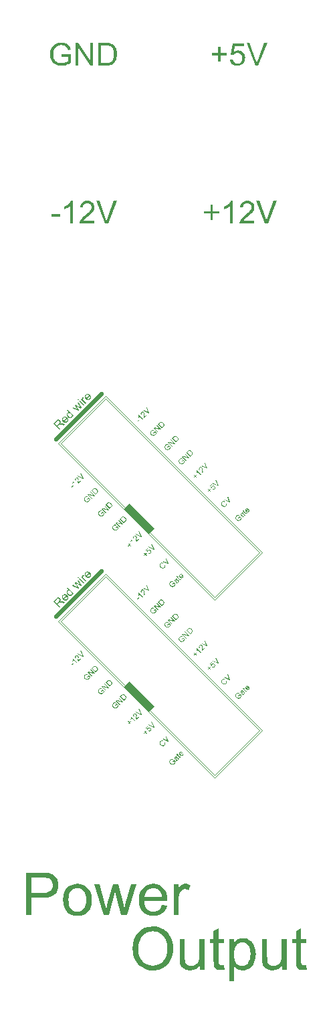
<source format=gto>
%FSLAX33Y33*%
%MOMM*%
%AMRR-H508000-W8636000-R152400-RO1.750*
21,1,8.3312,0.508,0.,0.,45*
21,1,8.636,0.2032,0.,0.,45*
1,1,0.3048,-3.0173660567,-2.8736819587*
1,1,0.3048,2.8736819587,3.0173660567*
1,1,0.3048,3.0173660567,2.8736819587*
1,1,0.3048,-2.8736819587,-3.0173660567*%
%AMRect-W1000000-H4500000-RO1.750*
21,1,1.,4.5,0.,0.,45*%
%ADD10C,0.1*%
%ADD11RR-H508000-W8636000-R152400-RO1.750*%
%ADD12Rect-W1000000-H4500000-RO1.750*%
D10*
%LNtop silkscreen_traces*%
%LNtop silkscreen component 6f45595ed46c503a*%
G01*
X26544Y27095D02*
X6745Y46894D01*
X12756Y52905*
X32555Y33106*
X26544Y27095*
X26544Y27449D02*
X7099Y46894D01*
X12756Y52551*
X32201Y33106*
X26544Y27449*
D11*
X9323Y50327D03*
D12*
X16981Y37366D03*
G36*
X6904Y48663D02*
X6133Y49434D01*
X6475Y49776D01*
X6525Y49823D01*
X6571Y49862D01*
X6614Y49891D01*
X6653Y49912D01*
X6691Y49925D01*
X6730Y49932D01*
X6770Y49932D01*
X6812Y49925D01*
X6853Y49912D01*
X6891Y49893D01*
X6927Y49870D01*
X6960Y49840D01*
X6996Y49798D01*
X7023Y49752D01*
X7039Y49702D01*
X7045Y49649D01*
X7041Y49593D01*
X7024Y49535D01*
X6995Y49475D01*
X6974Y49445D01*
X6875Y49511D01*
X6890Y49539D01*
X6900Y49566D01*
X6906Y49593D01*
X6907Y49619D01*
X6904Y49646D01*
X6896Y49671D01*
X6886Y49694D01*
X6872Y49716D01*
X6855Y49735D01*
X6826Y49759D01*
X6795Y49775D01*
X6762Y49784D01*
X6725Y49785D01*
X6687Y49778D01*
X6648Y49761D01*
X6607Y49733D01*
X6565Y49695D01*
X6320Y49451D01*
X6576Y49196D01*
X6576Y49196D01*
X6795Y49415D01*
X6827Y49449D01*
X6854Y49481D01*
X6875Y49511D01*
X6974Y49445D01*
X6953Y49413D01*
X6982Y49423D01*
X7008Y49430D01*
X7032Y49434D01*
X7053Y49436D01*
X7097Y49437D01*
X7143Y49434D01*
X7190Y49428D01*
X7240Y49418D01*
X7584Y49343D01*
X7456Y49214D01*
X7193Y49273D01*
X7139Y49284D01*
X7091Y49293D01*
X7049Y49300D01*
X7013Y49305D01*
X6982Y49308D01*
X6955Y49309D01*
X6931Y49308D01*
X6910Y49305D01*
X6892Y49300D01*
X6874Y49294D01*
X6858Y49287D01*
X6843Y49279D01*
X6831Y49271D01*
X6817Y49259D01*
X6801Y49244D01*
X6782Y49226D01*
X6664Y49107D01*
X7007Y48765D01*
X6904Y48663D01*
X6904Y48663D01*
X7872Y49990D02*
X7982Y50076D01*
X8008Y50021D01*
X8025Y49966D01*
X8032Y49912D01*
X8029Y49857D01*
X8016Y49803D01*
X7993Y49750D01*
X7960Y49699D01*
X7916Y49649D01*
X7854Y49596D01*
X7788Y49558D01*
X7719Y49537D01*
X7646Y49531D01*
X7573Y49541D01*
X7502Y49567D01*
X7432Y49611D01*
X7363Y49671D01*
X7301Y49742D01*
X7256Y49814D01*
X7228Y49887D01*
X7217Y49962D01*
X7221Y50035D01*
X7242Y50104D01*
X7277Y50168D01*
X7327Y50228D01*
X7336Y50235D01*
X7406Y50151D01*
X7377Y50117D01*
X7357Y50080D01*
X7344Y50041D01*
X7340Y49998D01*
X7344Y49955D01*
X7356Y49912D01*
X7378Y49872D01*
X7408Y49832D01*
X7408Y49832D01*
X7720Y50144D01*
X7682Y50173D01*
X7646Y50194D01*
X7611Y50208D01*
X7578Y50214D01*
X7530Y50214D01*
X7485Y50203D01*
X7444Y50182D01*
X7406Y50151D01*
X7336Y50235D01*
X7385Y50277D01*
X7448Y50311D01*
X7515Y50330D01*
X7586Y50335D01*
X7660Y50324D01*
X7732Y50297D01*
X7802Y50252D01*
X7872Y50191D01*
X7877Y50187D01*
X7883Y50181D01*
X7889Y50174D01*
X7897Y50166D01*
X7480Y49749D01*
X7529Y49711D01*
X7577Y49683D01*
X7625Y49666D01*
X7673Y49660D01*
X7720Y49663D01*
X7763Y49676D01*
X7802Y49697D01*
X7839Y49728D01*
X7862Y49755D01*
X7880Y49783D01*
X7893Y49813D01*
X7901Y49844D01*
X7902Y49877D01*
X7898Y49913D01*
X7888Y49950D01*
X7872Y49990D01*
X7872Y49990D01*
X8631Y50389D02*
X8560Y50460D01*
X8473Y50461D01*
X8473Y50463D01*
X8463Y50511D01*
X8441Y50560D01*
X8408Y50610D01*
X8362Y50662D01*
X8305Y50713D01*
X8251Y50750D01*
X8199Y50775D01*
X8149Y50786D01*
X8102Y50786D01*
X8059Y50777D01*
X8021Y50759D01*
X7986Y50731D01*
X7959Y50697D01*
X7941Y50660D01*
X7932Y50619D01*
X7932Y50574D01*
X7943Y50526D01*
X7967Y50476D01*
X8003Y50423D01*
X8053Y50369D01*
X8053Y50369D01*
X8106Y50321D01*
X8158Y50286D01*
X8209Y50264D01*
X8258Y50254D01*
X8305Y50254D01*
X8348Y50263D01*
X8385Y50281D01*
X8418Y50307D01*
X8445Y50340D01*
X8463Y50377D01*
X8472Y50418D01*
X8473Y50461D01*
X8560Y50460D01*
X8567Y50394D01*
X8557Y50332D01*
X8531Y50274D01*
X8487Y50220D01*
X8452Y50190D01*
X8414Y50165D01*
X8372Y50147D01*
X8328Y50134D01*
X8281Y50128D01*
X8234Y50129D01*
X8186Y50136D01*
X8138Y50150D01*
X8090Y50171D01*
X8044Y50198D01*
X7999Y50232D01*
X7955Y50271D01*
X7916Y50314D01*
X7882Y50358D01*
X7854Y50404D01*
X7831Y50451D01*
X7815Y50499D01*
X7806Y50546D01*
X7805Y50593D01*
X7811Y50639D01*
X7823Y50684D01*
X7842Y50726D01*
X7868Y50764D01*
X7899Y50800D01*
X7925Y50823D01*
X7952Y50843D01*
X7981Y50858D01*
X8010Y50869D01*
X8041Y50876D01*
X8071Y50880D01*
X8100Y50881D01*
X8130Y50878D01*
X7853Y51154D01*
X7947Y51249D01*
X8719Y50477D01*
X8631Y50389D01*
X8631Y50389D01*
X9270Y51029D02*
X8540Y51416D01*
X8638Y51514D01*
X9050Y51281D01*
X9203Y51194D01*
X9195Y51207D01*
X9178Y51235D01*
X9152Y51279D01*
X9117Y51338D01*
X8878Y51754D01*
X8976Y51852D01*
X9383Y51611D01*
X9518Y51532D01*
X9442Y51672D01*
X9215Y52091D01*
X9307Y52183D01*
X9691Y51450D01*
X9593Y51351D01*
X9169Y51597D01*
X9052Y51671D01*
X9369Y51128D01*
X9270Y51029D01*
X9270Y51029D01*
X9946Y51704D02*
X9387Y52263D01*
X9482Y52358D01*
X10041Y51799D01*
X9946Y51704D01*
X9946Y51704D01*
X9283Y52367D02*
X9174Y52476D01*
X9269Y52570D01*
X9378Y52461D01*
X9283Y52367D01*
X9283Y52367D01*
X10184Y51942D02*
X9625Y52501D01*
X9710Y52586D01*
X9795Y52501D01*
X9784Y52545D01*
X9777Y52582D01*
X9775Y52614D01*
X9777Y52640D01*
X9783Y52662D01*
X9791Y52683D01*
X9803Y52702D01*
X9819Y52720D01*
X9844Y52742D01*
X9874Y52760D01*
X9908Y52775D01*
X9946Y52787D01*
X10002Y52666D01*
X9975Y52658D01*
X9951Y52647D01*
X9930Y52633D01*
X9912Y52617D01*
X9898Y52601D01*
X9887Y52583D01*
X9879Y52564D01*
X9875Y52543D01*
X9873Y52521D01*
X9876Y52499D01*
X9882Y52477D01*
X9891Y52456D01*
X9910Y52423D01*
X9932Y52391D01*
X9957Y52360D01*
X9986Y52329D01*
X10278Y52037D01*
X10184Y51942D01*
X10184Y51942D01*
X10746Y52864D02*
X10856Y52950D01*
X10883Y52896D01*
X10899Y52841D01*
X10906Y52786D01*
X10903Y52731D01*
X10891Y52677D01*
X10868Y52624D01*
X10834Y52573D01*
X10791Y52524D01*
X10728Y52471D01*
X10662Y52433D01*
X10593Y52411D01*
X10521Y52405D01*
X10448Y52415D01*
X10376Y52442D01*
X10306Y52485D01*
X10237Y52545D01*
X10175Y52616D01*
X10130Y52688D01*
X10102Y52762D01*
X10091Y52837D01*
X10096Y52910D01*
X10116Y52978D01*
X10151Y53043D01*
X10202Y53103D01*
X10210Y53110D01*
X10280Y53026D01*
X10252Y52992D01*
X10231Y52955D01*
X10219Y52915D01*
X10214Y52873D01*
X10218Y52829D01*
X10231Y52787D01*
X10252Y52746D01*
X10282Y52707D01*
X10282Y52707D01*
X10594Y53019D01*
X10556Y53047D01*
X10520Y53068D01*
X10486Y53082D01*
X10453Y53089D01*
X10404Y53088D01*
X10360Y53078D01*
X10318Y53057D01*
X10280Y53026D01*
X10210Y53110D01*
X10260Y53151D01*
X10322Y53186D01*
X10389Y53205D01*
X10461Y53210D01*
X10534Y53199D01*
X10606Y53171D01*
X10677Y53127D01*
X10747Y53066D01*
X10751Y53061D01*
X10757Y53055D01*
X10764Y53048D01*
X10771Y53040D01*
X10355Y52623D01*
X10403Y52585D01*
X10452Y52558D01*
X10500Y52541D01*
X10548Y52535D01*
X10594Y52538D01*
X10637Y52550D01*
X10677Y52572D01*
X10714Y52602D01*
X10737Y52629D01*
X10755Y52658D01*
X10768Y52687D01*
X10775Y52719D01*
X10777Y52752D01*
X10773Y52787D01*
X10762Y52825D01*
X10746Y52864D01*
X10746Y52864D01*
X29611Y37433D02*
X29551Y37494D01*
X29768Y37712D01*
X29959Y37521D01*
X29953Y37477D01*
X29943Y37435D01*
X29931Y37395D01*
X29916Y37357D01*
X29898Y37322D01*
X29877Y37288D01*
X29853Y37257D01*
X29827Y37228D01*
X29788Y37193D01*
X29746Y37163D01*
X29703Y37140D01*
X29657Y37122D01*
X29609Y37111D01*
X29563Y37108D01*
X29516Y37112D01*
X29469Y37123D01*
X29424Y37141D01*
X29381Y37164D01*
X29339Y37193D01*
X29301Y37228D01*
X29266Y37267D01*
X29236Y37309D01*
X29211Y37353D01*
X29192Y37400D01*
X29179Y37448D01*
X29173Y37495D01*
X29176Y37541D01*
X29185Y37587D01*
X29202Y37631D01*
X29225Y37674D01*
X29254Y37715D01*
X29290Y37754D01*
X29318Y37780D01*
X29347Y37803D01*
X29377Y37822D01*
X29409Y37837D01*
X29440Y37848D01*
X29470Y37856D01*
X29500Y37859D01*
X29530Y37857D01*
X29559Y37852D01*
X29589Y37843D01*
X29621Y37829D01*
X29653Y37812D01*
X29608Y37734D01*
X29583Y37746D01*
X29560Y37756D01*
X29538Y37763D01*
X29518Y37767D01*
X29497Y37768D01*
X29477Y37766D01*
X29455Y37761D01*
X29433Y37754D01*
X29410Y37743D01*
X29389Y37730D01*
X29368Y37714D01*
X29348Y37696D01*
X29327Y37673D01*
X29308Y37649D01*
X29293Y37625D01*
X29282Y37601D01*
X29273Y37578D01*
X29267Y37554D01*
X29264Y37531D01*
X29264Y37509D01*
X29266Y37487D01*
X29270Y37466D01*
X29275Y37446D01*
X29283Y37426D01*
X29298Y37393D01*
X29318Y37361D01*
X29340Y37331D01*
X29366Y37303D01*
X29401Y37271D01*
X29436Y37245D01*
X29470Y37225D01*
X29505Y37211D01*
X29540Y37203D01*
X29575Y37200D01*
X29609Y37203D01*
X29643Y37211D01*
X29676Y37225D01*
X29706Y37241D01*
X29735Y37261D01*
X29761Y37285D01*
X29782Y37308D01*
X29801Y37333D01*
X29817Y37360D01*
X29831Y37388D01*
X29842Y37417D01*
X29850Y37443D01*
X29856Y37467D01*
X29858Y37489D01*
X29763Y37584D01*
X29611Y37433D01*
X29611Y37433D01*
X30320Y37831D02*
X30317Y37799D01*
X30316Y37795D01*
X30257Y37806D01*
X30258Y37828D01*
X30256Y37849D01*
X30250Y37870D01*
X30243Y37886D01*
X30231Y37904D01*
X30216Y37923D01*
X30197Y37943D01*
X30174Y37966D01*
X30174Y37966D01*
X30161Y37940D01*
X30144Y37910D01*
X30122Y37877D01*
X30095Y37839D01*
X30080Y37818D01*
X30067Y37800D01*
X30058Y37785D01*
X30052Y37772D01*
X30049Y37760D01*
X30047Y37749D01*
X30046Y37737D01*
X30048Y37726D01*
X30051Y37715D01*
X30056Y37705D01*
X30062Y37696D01*
X30069Y37688D01*
X30082Y37677D01*
X30097Y37669D01*
X30113Y37665D01*
X30130Y37665D01*
X30148Y37668D01*
X30167Y37675D01*
X30185Y37687D01*
X30203Y37704D01*
X30220Y37722D01*
X30234Y37742D01*
X30244Y37763D01*
X30252Y37785D01*
X30257Y37806D01*
X30316Y37795D01*
X30311Y37771D01*
X30304Y37745D01*
X30295Y37721D01*
X30284Y37699D01*
X30270Y37678D01*
X30255Y37658D01*
X30238Y37639D01*
X30207Y37612D01*
X30176Y37592D01*
X30145Y37580D01*
X30113Y37575D01*
X30083Y37576D01*
X30054Y37584D01*
X30028Y37598D01*
X30004Y37618D01*
X29991Y37633D01*
X29980Y37648D01*
X29972Y37664D01*
X29966Y37681D01*
X29962Y37698D01*
X29960Y37716D01*
X29960Y37733D01*
X29962Y37750D01*
X29966Y37767D01*
X29972Y37783D01*
X29979Y37800D01*
X29987Y37816D01*
X29995Y37829D01*
X30006Y37844D01*
X30018Y37862D01*
X30034Y37881D01*
X30065Y37922D01*
X30090Y37958D01*
X30110Y37989D01*
X30125Y38016D01*
X30119Y38022D01*
X30114Y38027D01*
X30111Y38030D01*
X30108Y38033D01*
X30089Y38049D01*
X30071Y38061D01*
X30053Y38068D01*
X30036Y38069D01*
X30013Y38065D01*
X29990Y38055D01*
X29967Y38040D01*
X29943Y38019D01*
X29923Y37997D01*
X29908Y37976D01*
X29898Y37956D01*
X29893Y37937D01*
X29892Y37918D01*
X29896Y37897D01*
X29904Y37875D01*
X29917Y37851D01*
X29846Y37797D01*
X29832Y37821D01*
X29822Y37844D01*
X29814Y37867D01*
X29810Y37889D01*
X29809Y37911D01*
X29812Y37934D01*
X29818Y37958D01*
X29828Y37982D01*
X29842Y38007D01*
X29858Y38032D01*
X29877Y38056D01*
X29900Y38080D01*
X29923Y38102D01*
X29946Y38120D01*
X29968Y38135D01*
X29988Y38146D01*
X30008Y38154D01*
X30027Y38160D01*
X30044Y38162D01*
X30061Y38162D01*
X30076Y38159D01*
X30092Y38155D01*
X30107Y38148D01*
X30123Y38139D01*
X30134Y38130D01*
X30148Y38118D01*
X30165Y38103D01*
X30185Y38084D01*
X30269Y37999D01*
X30309Y37960D01*
X30342Y37929D01*
X30367Y37906D01*
X30384Y37892D01*
X30398Y37883D01*
X30413Y37875D01*
X30429Y37869D01*
X30445Y37863D01*
X30379Y37797D01*
X30364Y37803D01*
X30349Y37811D01*
X30335Y37820D01*
X30320Y37831D01*
X30320Y37831D01*
X30604Y38135D02*
X30669Y38089D01*
X30658Y38073D01*
X30648Y38059D01*
X30637Y38047D01*
X30627Y38036D01*
X30610Y38020D01*
X30594Y38008D01*
X30578Y37999D01*
X30563Y37993D01*
X30548Y37990D01*
X30534Y37990D01*
X30520Y37991D01*
X30507Y37995D01*
X30493Y38003D01*
X30474Y38017D01*
X30452Y38036D01*
X30425Y38062D01*
X30211Y38276D01*
X30165Y38230D01*
X30115Y38279D01*
X30162Y38325D01*
X30069Y38418D01*
X30094Y38518D01*
X30225Y38388D01*
X30288Y38452D01*
X30337Y38402D01*
X30274Y38339D01*
X30491Y38121D01*
X30504Y38109D01*
X30515Y38100D01*
X30523Y38093D01*
X30530Y38090D01*
X30535Y38088D01*
X30541Y38087D01*
X30547Y38087D01*
X30553Y38088D01*
X30559Y38090D01*
X30565Y38094D01*
X30572Y38099D01*
X30579Y38105D01*
X30584Y38111D01*
X30590Y38118D01*
X30597Y38126D01*
X30604Y38135D01*
X30604Y38135D01*
X30857Y38516D02*
X30931Y38573D01*
X30948Y38537D01*
X30959Y38500D01*
X30964Y38464D01*
X30962Y38427D01*
X30954Y38391D01*
X30938Y38356D01*
X30916Y38322D01*
X30887Y38289D01*
X30845Y38253D01*
X30801Y38228D01*
X30755Y38214D01*
X30707Y38209D01*
X30659Y38216D01*
X30611Y38234D01*
X30564Y38263D01*
X30518Y38303D01*
X30477Y38350D01*
X30447Y38398D01*
X30428Y38447D01*
X30421Y38497D01*
X30424Y38546D01*
X30437Y38592D01*
X30461Y38635D01*
X30494Y38675D01*
X30500Y38679D01*
X30547Y38623D01*
X30528Y38601D01*
X30514Y38576D01*
X30506Y38550D01*
X30503Y38521D01*
X30506Y38492D01*
X30514Y38464D01*
X30528Y38437D01*
X30548Y38410D01*
X30548Y38410D01*
X30756Y38619D01*
X30731Y38637D01*
X30707Y38652D01*
X30684Y38661D01*
X30662Y38665D01*
X30629Y38665D01*
X30600Y38658D01*
X30572Y38644D01*
X30547Y38623D01*
X30500Y38679D01*
X30533Y38707D01*
X30575Y38730D01*
X30620Y38743D01*
X30667Y38746D01*
X30716Y38739D01*
X30764Y38720D01*
X30811Y38691D01*
X30858Y38650D01*
X30861Y38647D01*
X30865Y38643D01*
X30869Y38638D01*
X30874Y38633D01*
X30596Y38355D01*
X30629Y38330D01*
X30661Y38311D01*
X30693Y38300D01*
X30725Y38296D01*
X30756Y38298D01*
X30785Y38306D01*
X30811Y38321D01*
X30836Y38341D01*
X30851Y38359D01*
X30863Y38378D01*
X30872Y38398D01*
X30877Y38419D01*
X30878Y38441D01*
X30875Y38464D01*
X30868Y38489D01*
X30857Y38516D01*
X30857Y38516D01*
X27963Y39334D02*
X28048Y39385D01*
X28075Y39333D01*
X28092Y39281D01*
X28100Y39230D01*
X28099Y39180D01*
X28089Y39132D01*
X28070Y39085D01*
X28043Y39042D01*
X28007Y39000D01*
X27965Y38963D01*
X27923Y38933D01*
X27881Y38912D01*
X27838Y38899D01*
X27795Y38893D01*
X27751Y38894D01*
X27706Y38902D01*
X27661Y38918D01*
X27616Y38938D01*
X27574Y38964D01*
X27534Y38994D01*
X27496Y39028D01*
X27459Y39069D01*
X27428Y39111D01*
X27404Y39154D01*
X27386Y39199D01*
X27375Y39244D01*
X27371Y39289D01*
X27373Y39333D01*
X27383Y39377D01*
X27398Y39420D01*
X27419Y39460D01*
X27445Y39498D01*
X27476Y39533D01*
X27516Y39568D01*
X27557Y39594D01*
X27600Y39613D01*
X27645Y39624D01*
X27691Y39626D01*
X27737Y39621D01*
X27783Y39608D01*
X27829Y39586D01*
X27778Y39504D01*
X27742Y39520D01*
X27708Y39530D01*
X27675Y39535D01*
X27644Y39533D01*
X27615Y39526D01*
X27587Y39514D01*
X27560Y39496D01*
X27533Y39473D01*
X27507Y39443D01*
X27486Y39412D01*
X27471Y39379D01*
X27463Y39346D01*
X27460Y39312D01*
X27462Y39279D01*
X27470Y39246D01*
X27483Y39214D01*
X27500Y39182D01*
X27519Y39153D01*
X27541Y39125D01*
X27566Y39099D01*
X27598Y39068D01*
X27632Y39042D01*
X27665Y39020D01*
X27699Y39003D01*
X27733Y38991D01*
X27766Y38985D01*
X27799Y38984D01*
X27832Y38990D01*
X27863Y39000D01*
X27892Y39013D01*
X27919Y39031D01*
X27943Y39053D01*
X27969Y39082D01*
X27988Y39114D01*
X28001Y39147D01*
X28007Y39183D01*
X28007Y39219D01*
X27999Y39257D01*
X27985Y39295D01*
X27963Y39334D01*
X27963Y39334D01*
X28442Y39453D02*
X27729Y39768D01*
X27802Y39841D01*
X28310Y39601D01*
X28339Y39587D01*
X28368Y39573D01*
X28395Y39558D01*
X28421Y39544D01*
X28406Y39571D01*
X28392Y39599D01*
X28378Y39627D01*
X28364Y39656D01*
X28130Y40169D01*
X28199Y40238D01*
X28512Y39522D01*
X28442Y39453D01*
X28442Y39453D01*
X26022Y40791D02*
X25881Y40932D01*
X25741Y40792D01*
X25682Y40851D01*
X25822Y40991D01*
X25682Y41131D01*
X25741Y41190D01*
X25881Y41050D01*
X26021Y41190D01*
X26080Y41131D01*
X25940Y40991D01*
X26081Y40850D01*
X26022Y40791D01*
X26022Y40791D01*
X26240Y41112D02*
X26300Y41183D01*
X26328Y41166D01*
X26355Y41153D01*
X26381Y41146D01*
X26407Y41145D01*
X26432Y41148D01*
X26455Y41156D01*
X26477Y41169D01*
X26496Y41185D01*
X26516Y41209D01*
X26530Y41236D01*
X26537Y41265D01*
X26539Y41297D01*
X26534Y41329D01*
X26523Y41360D01*
X26505Y41391D01*
X26479Y41420D01*
X26452Y41443D01*
X26424Y41460D01*
X26394Y41471D01*
X26364Y41474D01*
X26334Y41472D01*
X26305Y41463D01*
X26279Y41448D01*
X26253Y41426D01*
X26239Y41410D01*
X26228Y41394D01*
X26219Y41376D01*
X26212Y41357D01*
X26208Y41338D01*
X26206Y41319D01*
X26207Y41301D01*
X26209Y41283D01*
X26142Y41231D01*
X25928Y41545D01*
X26184Y41801D01*
X26244Y41741D01*
X26039Y41535D01*
X26149Y41369D01*
X26159Y41407D01*
X26173Y41441D01*
X26191Y41472D01*
X26214Y41499D01*
X26250Y41528D01*
X26288Y41549D01*
X26330Y41562D01*
X26375Y41566D01*
X26420Y41561D01*
X26463Y41547D01*
X26503Y41524D01*
X26541Y41492D01*
X26572Y41456D01*
X26596Y41417D01*
X26612Y41375D01*
X26621Y41331D01*
X26621Y41277D01*
X26609Y41225D01*
X26585Y41178D01*
X26548Y41133D01*
X26512Y41102D01*
X26475Y41079D01*
X26435Y41065D01*
X26394Y41058D01*
X26353Y41060D01*
X26314Y41069D01*
X26276Y41086D01*
X26240Y41112D01*
X26240Y41112D01*
X26946Y41549D02*
X26233Y41864D01*
X26307Y41938D01*
X26814Y41698D01*
X26844Y41683D01*
X26872Y41669D01*
X26899Y41655D01*
X26925Y41641D01*
X26910Y41668D01*
X26896Y41696D01*
X26882Y41724D01*
X26869Y41752D01*
X26634Y42265D01*
X26703Y42334D01*
X27016Y41619D01*
X26946Y41549D01*
X26946Y41549D01*
X24226Y42587D02*
X24085Y42728D01*
X23945Y42588D01*
X23886Y42647D01*
X24026Y42787D01*
X23886Y42927D01*
X23945Y42986D01*
X24085Y42846D01*
X24225Y42986D01*
X24284Y42927D01*
X24144Y42787D01*
X24285Y42646D01*
X24226Y42587D01*
X24226Y42587D01*
X24816Y43011D02*
X24753Y42948D01*
X24351Y43350D01*
X24349Y43327D01*
X24346Y43302D01*
X24341Y43275D01*
X24334Y43247D01*
X24326Y43218D01*
X24318Y43193D01*
X24309Y43169D01*
X24300Y43148D01*
X24239Y43209D01*
X24252Y43247D01*
X24261Y43286D01*
X24268Y43324D01*
X24272Y43362D01*
X24272Y43398D01*
X24271Y43430D01*
X24266Y43460D01*
X24259Y43486D01*
X24300Y43527D01*
X24816Y43011D01*
X24816Y43011D01*
X25249Y43565D02*
X25310Y43504D01*
X24970Y43164D01*
X24959Y43176D01*
X24949Y43188D01*
X24940Y43202D01*
X24933Y43216D01*
X24923Y43240D01*
X24916Y43267D01*
X24910Y43295D01*
X24906Y43326D01*
X24905Y43359D01*
X24905Y43397D01*
X24907Y43439D01*
X24911Y43486D01*
X24917Y43557D01*
X24920Y43618D01*
X24919Y43668D01*
X24915Y43708D01*
X24909Y43741D01*
X24899Y43769D01*
X24885Y43794D01*
X24869Y43814D01*
X24849Y43830D01*
X24828Y43842D01*
X24804Y43848D01*
X24779Y43850D01*
X24753Y43847D01*
X24729Y43839D01*
X24705Y43825D01*
X24683Y43806D01*
X24663Y43783D01*
X24649Y43758D01*
X24640Y43732D01*
X24637Y43706D01*
X24640Y43679D01*
X24649Y43652D01*
X24665Y43627D01*
X24686Y43602D01*
X24614Y43544D01*
X24585Y43584D01*
X24566Y43624D01*
X24555Y43664D01*
X24553Y43705D01*
X24560Y43745D01*
X24576Y43784D01*
X24600Y43823D01*
X24632Y43860D01*
X24670Y43892D01*
X24709Y43916D01*
X24749Y43930D01*
X24790Y43936D01*
X24831Y43933D01*
X24869Y43922D01*
X24903Y43904D01*
X24935Y43877D01*
X24950Y43861D01*
X24963Y43843D01*
X24974Y43824D01*
X24983Y43804D01*
X24991Y43781D01*
X24997Y43757D01*
X25002Y43729D01*
X25004Y43699D01*
X25005Y43664D01*
X25004Y43621D01*
X25002Y43570D01*
X24997Y43511D01*
X24993Y43464D01*
X24991Y43425D01*
X24989Y43395D01*
X24989Y43374D01*
X24990Y43357D01*
X24991Y43342D01*
X24994Y43327D01*
X24997Y43313D01*
X25249Y43565D01*
X25249Y43565D01*
X25550Y43745D02*
X24836Y44060D01*
X24910Y44133D01*
X25417Y43893D01*
X25447Y43879D01*
X25476Y43865D01*
X25503Y43850D01*
X25528Y43836D01*
X25514Y43863D01*
X25499Y43891D01*
X25485Y43919D01*
X25472Y43948D01*
X25237Y44461D01*
X25307Y44530D01*
X25620Y43814D01*
X25550Y43745D01*
X25550Y43745D01*
X16813Y49685D02*
X16750Y49748D01*
X16944Y49942D01*
X17007Y49879D01*
X16813Y49685D01*
X16813Y49685D01*
X17451Y50015D02*
X17388Y49951D01*
X16986Y50354D01*
X16985Y50331D01*
X16981Y50306D01*
X16976Y50279D01*
X16970Y50251D01*
X16962Y50222D01*
X16954Y50196D01*
X16945Y50173D01*
X16936Y50151D01*
X16875Y50212D01*
X16887Y50251D01*
X16897Y50290D01*
X16903Y50328D01*
X16907Y50365D01*
X16908Y50401D01*
X16906Y50434D01*
X16902Y50464D01*
X16894Y50490D01*
X16935Y50531D01*
X17451Y50015D01*
X17451Y50015D01*
X17884Y50569D02*
X17945Y50508D01*
X17605Y50168D01*
X17594Y50180D01*
X17584Y50192D01*
X17576Y50205D01*
X17569Y50220D01*
X17559Y50244D01*
X17551Y50271D01*
X17545Y50299D01*
X17542Y50329D01*
X17540Y50363D01*
X17540Y50401D01*
X17543Y50443D01*
X17547Y50490D01*
X17552Y50561D01*
X17555Y50622D01*
X17555Y50672D01*
X17551Y50712D01*
X17544Y50745D01*
X17534Y50773D01*
X17521Y50798D01*
X17504Y50818D01*
X17485Y50834D01*
X17463Y50845D01*
X17440Y50852D01*
X17414Y50854D01*
X17389Y50851D01*
X17364Y50843D01*
X17341Y50829D01*
X17319Y50810D01*
X17299Y50787D01*
X17284Y50762D01*
X17276Y50736D01*
X17273Y50710D01*
X17276Y50683D01*
X17285Y50656D01*
X17300Y50631D01*
X17321Y50606D01*
X17249Y50548D01*
X17221Y50588D01*
X17201Y50628D01*
X17191Y50668D01*
X17189Y50709D01*
X17196Y50749D01*
X17211Y50788D01*
X17235Y50826D01*
X17268Y50864D01*
X17305Y50896D01*
X17344Y50920D01*
X17384Y50934D01*
X17426Y50940D01*
X17467Y50937D01*
X17504Y50926D01*
X17539Y50908D01*
X17571Y50881D01*
X17585Y50865D01*
X17598Y50847D01*
X17609Y50828D01*
X17619Y50808D01*
X17627Y50785D01*
X17633Y50760D01*
X17637Y50733D01*
X17640Y50703D01*
X17641Y50668D01*
X17640Y50625D01*
X17637Y50574D01*
X17633Y50515D01*
X17629Y50467D01*
X17626Y50429D01*
X17625Y50399D01*
X17625Y50378D01*
X17625Y50361D01*
X17627Y50346D01*
X17629Y50331D01*
X17632Y50317D01*
X17884Y50569D01*
X17884Y50569D01*
X18185Y50749D02*
X17472Y51064D01*
X17546Y51137D01*
X18053Y50897D01*
X18083Y50883D01*
X18111Y50869D01*
X18138Y50854D01*
X18164Y50840D01*
X18149Y50867D01*
X18135Y50895D01*
X18121Y50923D01*
X18107Y50952D01*
X17873Y51464D01*
X17942Y51534D01*
X18255Y50818D01*
X18185Y50749D01*
X18185Y50749D01*
X18835Y48209D02*
X18775Y48270D01*
X18992Y48488D01*
X19183Y48297D01*
X19176Y48253D01*
X19167Y48211D01*
X19155Y48171D01*
X19140Y48134D01*
X19122Y48098D01*
X19101Y48064D01*
X19077Y48033D01*
X19050Y48004D01*
X19011Y47969D01*
X18970Y47940D01*
X18926Y47916D01*
X18880Y47899D01*
X18833Y47888D01*
X18786Y47884D01*
X18740Y47888D01*
X18693Y47899D01*
X18648Y47917D01*
X18604Y47940D01*
X18563Y47970D01*
X18524Y48005D01*
X18489Y48043D01*
X18460Y48085D01*
X18435Y48129D01*
X18415Y48176D01*
X18402Y48224D01*
X18397Y48271D01*
X18399Y48318D01*
X18409Y48363D01*
X18426Y48408D01*
X18449Y48450D01*
X18478Y48491D01*
X18513Y48530D01*
X18542Y48557D01*
X18571Y48579D01*
X18601Y48598D01*
X18632Y48613D01*
X18664Y48625D01*
X18694Y48632D01*
X18724Y48635D01*
X18753Y48634D01*
X18783Y48628D01*
X18813Y48619D01*
X18844Y48606D01*
X18876Y48588D01*
X18832Y48510D01*
X18807Y48523D01*
X18784Y48532D01*
X18762Y48539D01*
X18741Y48543D01*
X18721Y48544D01*
X18700Y48542D01*
X18679Y48538D01*
X18656Y48530D01*
X18634Y48519D01*
X18612Y48506D01*
X18592Y48491D01*
X18572Y48473D01*
X18550Y48449D01*
X18532Y48426D01*
X18517Y48402D01*
X18505Y48378D01*
X18497Y48354D01*
X18491Y48331D01*
X18488Y48308D01*
X18488Y48285D01*
X18490Y48264D01*
X18494Y48243D01*
X18499Y48222D01*
X18506Y48202D01*
X18522Y48169D01*
X18541Y48138D01*
X18564Y48108D01*
X18590Y48079D01*
X18625Y48047D01*
X18659Y48022D01*
X18694Y48002D01*
X18729Y47988D01*
X18764Y47979D01*
X18798Y47976D01*
X18833Y47979D01*
X18867Y47988D01*
X18899Y48001D01*
X18930Y48018D01*
X18959Y48038D01*
X18985Y48061D01*
X19006Y48084D01*
X19025Y48109D01*
X19041Y48136D01*
X19054Y48165D01*
X19066Y48193D01*
X19074Y48219D01*
X19079Y48243D01*
X19082Y48265D01*
X18986Y48361D01*
X18835Y48209D01*
X18835Y48209D01*
X19354Y48325D02*
X18840Y48840D01*
X18910Y48909D01*
X19584Y48776D01*
X19180Y49179D01*
X19245Y49245D01*
X19759Y48730D01*
X19690Y48661D01*
X19015Y48795D01*
X19419Y48391D01*
X19354Y48325D01*
X19354Y48325D01*
X19874Y48845D02*
X19359Y49359D01*
X19536Y49535D01*
X19596Y49474D01*
X19488Y49366D01*
X19881Y48974D01*
X19881Y48974D01*
X19991Y49083D01*
X20014Y49108D01*
X20034Y49131D01*
X20050Y49153D01*
X20061Y49173D01*
X20070Y49192D01*
X20076Y49210D01*
X20079Y49228D01*
X20081Y49245D01*
X20079Y49270D01*
X20074Y49295D01*
X20065Y49321D01*
X20053Y49348D01*
X20038Y49376D01*
X20018Y49404D01*
X19995Y49432D01*
X19968Y49461D01*
X19928Y49497D01*
X19890Y49525D01*
X19853Y49546D01*
X19817Y49558D01*
X19783Y49564D01*
X19752Y49565D01*
X19722Y49561D01*
X19695Y49552D01*
X19674Y49541D01*
X19651Y49524D01*
X19625Y49502D01*
X19596Y49474D01*
X19536Y49535D01*
X19537Y49536D01*
X19565Y49564D01*
X19591Y49587D01*
X19615Y49606D01*
X19636Y49620D01*
X19663Y49636D01*
X19691Y49647D01*
X19719Y49655D01*
X19748Y49659D01*
X19785Y49660D01*
X19823Y49655D01*
X19860Y49646D01*
X19897Y49632D01*
X19933Y49613D01*
X19969Y49590D01*
X20004Y49562D01*
X20039Y49530D01*
X20067Y49501D01*
X20091Y49471D01*
X20112Y49442D01*
X20129Y49412D01*
X20143Y49383D01*
X20155Y49355D01*
X20163Y49328D01*
X20169Y49302D01*
X20172Y49277D01*
X20173Y49253D01*
X20172Y49231D01*
X20169Y49209D01*
X20163Y49188D01*
X20156Y49166D01*
X20146Y49144D01*
X20133Y49122D01*
X20118Y49099D01*
X20101Y49077D01*
X20081Y49054D01*
X20059Y49030D01*
X19874Y48845D01*
X19874Y48845D01*
X20631Y46413D02*
X20571Y46474D01*
X20788Y46692D01*
X20979Y46501D01*
X20973Y46457D01*
X20963Y46415D01*
X20951Y46375D01*
X20936Y46337D01*
X20918Y46302D01*
X20897Y46268D01*
X20873Y46237D01*
X20846Y46208D01*
X20807Y46173D01*
X20766Y46144D01*
X20722Y46120D01*
X20676Y46103D01*
X20629Y46092D01*
X20582Y46088D01*
X20536Y46092D01*
X20489Y46103D01*
X20444Y46121D01*
X20400Y46144D01*
X20359Y46174D01*
X20320Y46209D01*
X20285Y46247D01*
X20256Y46289D01*
X20231Y46333D01*
X20212Y46380D01*
X20199Y46428D01*
X20193Y46475D01*
X20195Y46521D01*
X20205Y46567D01*
X20222Y46611D01*
X20245Y46654D01*
X20274Y46695D01*
X20309Y46734D01*
X20338Y46760D01*
X20367Y46783D01*
X20397Y46802D01*
X20428Y46817D01*
X20460Y46829D01*
X20490Y46836D01*
X20520Y46839D01*
X20549Y46838D01*
X20579Y46832D01*
X20609Y46823D01*
X20640Y46810D01*
X20672Y46792D01*
X20628Y46714D01*
X20603Y46727D01*
X20580Y46736D01*
X20558Y46743D01*
X20537Y46747D01*
X20517Y46748D01*
X20496Y46746D01*
X20475Y46742D01*
X20452Y46734D01*
X20430Y46723D01*
X20409Y46710D01*
X20388Y46695D01*
X20368Y46677D01*
X20346Y46653D01*
X20328Y46629D01*
X20313Y46606D01*
X20302Y46582D01*
X20293Y46558D01*
X20287Y46534D01*
X20284Y46512D01*
X20284Y46489D01*
X20286Y46468D01*
X20290Y46447D01*
X20295Y46426D01*
X20302Y46406D01*
X20318Y46373D01*
X20337Y46342D01*
X20360Y46312D01*
X20386Y46283D01*
X20421Y46251D01*
X20455Y46226D01*
X20490Y46206D01*
X20525Y46192D01*
X20560Y46183D01*
X20594Y46180D01*
X20629Y46183D01*
X20663Y46192D01*
X20695Y46205D01*
X20726Y46222D01*
X20755Y46242D01*
X20781Y46265D01*
X20802Y46288D01*
X20821Y46313D01*
X20837Y46340D01*
X20850Y46369D01*
X20862Y46397D01*
X20870Y46423D01*
X20875Y46447D01*
X20878Y46469D01*
X20782Y46565D01*
X20631Y46413D01*
X20631Y46413D01*
X21150Y46529D02*
X20636Y47043D01*
X20706Y47113D01*
X21380Y46980D01*
X20976Y47383D01*
X21041Y47449D01*
X21555Y46934D01*
X21486Y46865D01*
X20811Y46999D01*
X21216Y46594D01*
X21150Y46529D01*
X21150Y46529D01*
X21670Y47049D02*
X21156Y47563D01*
X21332Y47739D01*
X21392Y47678D01*
X21284Y47570D01*
X21677Y47177D01*
X21677Y47177D01*
X21787Y47287D01*
X21810Y47312D01*
X21830Y47335D01*
X21846Y47357D01*
X21857Y47377D01*
X21866Y47396D01*
X21872Y47414D01*
X21876Y47432D01*
X21877Y47449D01*
X21875Y47474D01*
X21870Y47499D01*
X21861Y47525D01*
X21849Y47552D01*
X21834Y47580D01*
X21814Y47607D01*
X21791Y47636D01*
X21764Y47665D01*
X21724Y47701D01*
X21686Y47729D01*
X21649Y47750D01*
X21613Y47762D01*
X21579Y47768D01*
X21548Y47769D01*
X21518Y47765D01*
X21491Y47756D01*
X21471Y47745D01*
X21447Y47728D01*
X21421Y47706D01*
X21392Y47678D01*
X21332Y47739D01*
X21333Y47740D01*
X21361Y47768D01*
X21387Y47791D01*
X21411Y47810D01*
X21432Y47824D01*
X21459Y47840D01*
X21487Y47851D01*
X21515Y47859D01*
X21544Y47863D01*
X21581Y47864D01*
X21619Y47859D01*
X21656Y47850D01*
X21693Y47836D01*
X21729Y47817D01*
X21765Y47794D01*
X21800Y47766D01*
X21835Y47734D01*
X21863Y47705D01*
X21887Y47675D01*
X21908Y47646D01*
X21925Y47616D01*
X21939Y47587D01*
X21951Y47559D01*
X21959Y47532D01*
X21965Y47506D01*
X21968Y47481D01*
X21969Y47457D01*
X21968Y47435D01*
X21965Y47413D01*
X21959Y47391D01*
X21952Y47370D01*
X21942Y47348D01*
X21929Y47326D01*
X21914Y47303D01*
X21897Y47280D01*
X21877Y47258D01*
X21855Y47234D01*
X21670Y47049D01*
X21670Y47049D01*
X22427Y44617D02*
X22367Y44678D01*
X22584Y44896D01*
X22775Y44705D01*
X22769Y44661D01*
X22759Y44619D01*
X22747Y44579D01*
X22732Y44541D01*
X22714Y44506D01*
X22693Y44472D01*
X22669Y44441D01*
X22643Y44412D01*
X22603Y44377D01*
X22562Y44348D01*
X22518Y44324D01*
X22472Y44307D01*
X22425Y44296D01*
X22378Y44292D01*
X22332Y44296D01*
X22285Y44307D01*
X22240Y44325D01*
X22196Y44348D01*
X22155Y44378D01*
X22116Y44413D01*
X22081Y44451D01*
X22052Y44493D01*
X22027Y44537D01*
X22008Y44584D01*
X21995Y44632D01*
X21989Y44679D01*
X21991Y44725D01*
X22001Y44771D01*
X22018Y44815D01*
X22041Y44858D01*
X22070Y44899D01*
X22105Y44938D01*
X22134Y44964D01*
X22163Y44987D01*
X22193Y45006D01*
X22224Y45021D01*
X22256Y45033D01*
X22286Y45040D01*
X22316Y45043D01*
X22345Y45041D01*
X22375Y45036D01*
X22405Y45027D01*
X22436Y45014D01*
X22469Y44996D01*
X22424Y44918D01*
X22399Y44930D01*
X22376Y44940D01*
X22354Y44947D01*
X22333Y44951D01*
X22313Y44952D01*
X22292Y44950D01*
X22271Y44946D01*
X22248Y44938D01*
X22226Y44927D01*
X22205Y44914D01*
X22184Y44899D01*
X22164Y44880D01*
X22142Y44857D01*
X22124Y44833D01*
X22109Y44810D01*
X22098Y44786D01*
X22089Y44762D01*
X22083Y44738D01*
X22080Y44716D01*
X22080Y44693D01*
X22082Y44672D01*
X22086Y44650D01*
X22091Y44630D01*
X22098Y44610D01*
X22114Y44577D01*
X22133Y44546D01*
X22156Y44515D01*
X22182Y44487D01*
X22217Y44455D01*
X22251Y44430D01*
X22286Y44410D01*
X22321Y44396D01*
X22356Y44387D01*
X22390Y44384D01*
X22425Y44387D01*
X22459Y44396D01*
X22491Y44409D01*
X22522Y44425D01*
X22551Y44446D01*
X22577Y44469D01*
X22598Y44492D01*
X22617Y44517D01*
X22633Y44544D01*
X22647Y44573D01*
X22658Y44601D01*
X22666Y44627D01*
X22671Y44651D01*
X22674Y44673D01*
X22578Y44769D01*
X22427Y44617D01*
X22427Y44617D01*
X22946Y44733D02*
X22432Y45247D01*
X22502Y45317D01*
X23176Y45184D01*
X22772Y45587D01*
X22837Y45653D01*
X23351Y45138D01*
X23282Y45069D01*
X22607Y45203D01*
X23012Y44798D01*
X22946Y44733D01*
X22946Y44733D01*
X23466Y45253D02*
X22952Y45767D01*
X23128Y45943D01*
X23188Y45882D01*
X23080Y45774D01*
X23473Y45381D01*
X23473Y45381D01*
X23583Y45491D01*
X23606Y45516D01*
X23626Y45539D01*
X23642Y45561D01*
X23653Y45580D01*
X23662Y45599D01*
X23668Y45618D01*
X23672Y45636D01*
X23673Y45653D01*
X23671Y45678D01*
X23666Y45703D01*
X23657Y45729D01*
X23645Y45756D01*
X23630Y45783D01*
X23610Y45811D01*
X23587Y45840D01*
X23560Y45869D01*
X23520Y45905D01*
X23482Y45933D01*
X23445Y45954D01*
X23409Y45966D01*
X23376Y45972D01*
X23344Y45973D01*
X23314Y45969D01*
X23287Y45960D01*
X23267Y45949D01*
X23243Y45932D01*
X23217Y45910D01*
X23188Y45882D01*
X23128Y45943D01*
X23129Y45944D01*
X23157Y45972D01*
X23183Y45995D01*
X23207Y46014D01*
X23228Y46028D01*
X23255Y46043D01*
X23283Y46055D01*
X23311Y46063D01*
X23340Y46067D01*
X23377Y46068D01*
X23415Y46063D01*
X23452Y46054D01*
X23489Y46040D01*
X23525Y46021D01*
X23561Y45998D01*
X23596Y45970D01*
X23631Y45938D01*
X23659Y45908D01*
X23683Y45879D01*
X23704Y45850D01*
X23721Y45820D01*
X23736Y45791D01*
X23747Y45763D01*
X23755Y45736D01*
X23761Y45710D01*
X23764Y45685D01*
X23765Y45661D01*
X23764Y45639D01*
X23761Y45617D01*
X23755Y45595D01*
X23748Y45574D01*
X23738Y45552D01*
X23725Y45530D01*
X23710Y45507D01*
X23693Y45484D01*
X23674Y45461D01*
X23651Y45438D01*
X23466Y45253D01*
X23466Y45253D01*
X21251Y29073D02*
X21191Y29134D01*
X21409Y29352D01*
X21599Y29161D01*
X21593Y29117D01*
X21583Y29075D01*
X21571Y29035D01*
X21556Y28997D01*
X21538Y28962D01*
X21517Y28928D01*
X21493Y28897D01*
X21467Y28868D01*
X21428Y28833D01*
X21386Y28804D01*
X21343Y28780D01*
X21297Y28762D01*
X21250Y28751D01*
X21203Y28748D01*
X21156Y28752D01*
X21109Y28763D01*
X21064Y28781D01*
X21021Y28804D01*
X20980Y28833D01*
X20941Y28868D01*
X20906Y28907D01*
X20876Y28949D01*
X20851Y28993D01*
X20832Y29040D01*
X20819Y29088D01*
X20813Y29135D01*
X20816Y29181D01*
X20826Y29227D01*
X20842Y29271D01*
X20865Y29314D01*
X20894Y29355D01*
X20930Y29394D01*
X20958Y29420D01*
X20987Y29443D01*
X21018Y29462D01*
X21049Y29477D01*
X21080Y29488D01*
X21110Y29496D01*
X21140Y29499D01*
X21170Y29497D01*
X21199Y29492D01*
X21229Y29483D01*
X21261Y29469D01*
X21293Y29452D01*
X21248Y29374D01*
X21224Y29386D01*
X21200Y29396D01*
X21178Y29403D01*
X21158Y29407D01*
X21138Y29408D01*
X21117Y29406D01*
X21095Y29401D01*
X21073Y29394D01*
X21050Y29383D01*
X21029Y29370D01*
X21008Y29355D01*
X20988Y29336D01*
X20967Y29313D01*
X20948Y29289D01*
X20933Y29265D01*
X20922Y29241D01*
X20913Y29218D01*
X20908Y29194D01*
X20905Y29171D01*
X20904Y29149D01*
X20906Y29127D01*
X20910Y29106D01*
X20916Y29086D01*
X20923Y29066D01*
X20939Y29033D01*
X20958Y29001D01*
X20980Y28971D01*
X21007Y28943D01*
X21041Y28911D01*
X21076Y28886D01*
X21110Y28866D01*
X21145Y28851D01*
X21180Y28843D01*
X21215Y28840D01*
X21249Y28843D01*
X21283Y28852D01*
X21316Y28865D01*
X21346Y28881D01*
X21375Y28902D01*
X21402Y28925D01*
X21422Y28948D01*
X21441Y28973D01*
X21457Y29000D01*
X21471Y29029D01*
X21482Y29057D01*
X21490Y29083D01*
X21496Y29107D01*
X21498Y29129D01*
X21403Y29224D01*
X21251Y29073D01*
X21251Y29073D01*
X21960Y29471D02*
X21957Y29440D01*
X21956Y29435D01*
X21897Y29447D01*
X21898Y29468D01*
X21896Y29489D01*
X21890Y29510D01*
X21883Y29526D01*
X21871Y29544D01*
X21856Y29563D01*
X21837Y29583D01*
X21814Y29606D01*
X21814Y29606D01*
X21802Y29580D01*
X21784Y29551D01*
X21762Y29517D01*
X21735Y29480D01*
X21720Y29459D01*
X21708Y29440D01*
X21698Y29425D01*
X21692Y29412D01*
X21689Y29400D01*
X21687Y29389D01*
X21687Y29378D01*
X21688Y29366D01*
X21691Y29356D01*
X21696Y29346D01*
X21702Y29336D01*
X21709Y29328D01*
X21723Y29317D01*
X21737Y29309D01*
X21753Y29305D01*
X21770Y29305D01*
X21788Y29308D01*
X21807Y29316D01*
X21825Y29327D01*
X21843Y29344D01*
X21860Y29362D01*
X21874Y29382D01*
X21884Y29403D01*
X21892Y29425D01*
X21897Y29447D01*
X21956Y29435D01*
X21951Y29411D01*
X21944Y29385D01*
X21935Y29361D01*
X21924Y29339D01*
X21911Y29318D01*
X21895Y29298D01*
X21878Y29279D01*
X21847Y29252D01*
X21816Y29232D01*
X21785Y29220D01*
X21753Y29215D01*
X21723Y29216D01*
X21694Y29224D01*
X21668Y29238D01*
X21644Y29259D01*
X21631Y29273D01*
X21621Y29288D01*
X21612Y29304D01*
X21606Y29321D01*
X21602Y29338D01*
X21600Y29356D01*
X21600Y29373D01*
X21602Y29390D01*
X21606Y29407D01*
X21612Y29423D01*
X21619Y29440D01*
X21627Y29456D01*
X21635Y29469D01*
X21646Y29484D01*
X21659Y29502D01*
X21674Y29522D01*
X21705Y29562D01*
X21730Y29598D01*
X21750Y29629D01*
X21765Y29656D01*
X21759Y29662D01*
X21754Y29667D01*
X21751Y29670D01*
X21749Y29673D01*
X21730Y29690D01*
X21711Y29701D01*
X21693Y29708D01*
X21676Y29709D01*
X21653Y29705D01*
X21630Y29695D01*
X21607Y29680D01*
X21583Y29659D01*
X21563Y29637D01*
X21548Y29616D01*
X21538Y29596D01*
X21533Y29577D01*
X21532Y29558D01*
X21536Y29537D01*
X21544Y29515D01*
X21557Y29491D01*
X21486Y29437D01*
X21472Y29461D01*
X21462Y29484D01*
X21454Y29507D01*
X21450Y29529D01*
X21449Y29551D01*
X21452Y29574D01*
X21459Y29598D01*
X21468Y29622D01*
X21482Y29647D01*
X21498Y29672D01*
X21517Y29696D01*
X21540Y29720D01*
X21563Y29742D01*
X21586Y29761D01*
X21608Y29775D01*
X21629Y29786D01*
X21648Y29794D01*
X21667Y29800D01*
X21684Y29802D01*
X21701Y29802D01*
X21716Y29799D01*
X21732Y29795D01*
X21747Y29788D01*
X21763Y29779D01*
X21774Y29770D01*
X21788Y29758D01*
X21805Y29743D01*
X21825Y29724D01*
X21909Y29639D01*
X21949Y29600D01*
X21982Y29569D01*
X22007Y29546D01*
X22024Y29532D01*
X22038Y29523D01*
X22053Y29515D01*
X22069Y29509D01*
X22085Y29503D01*
X22019Y29437D01*
X22004Y29443D01*
X21990Y29451D01*
X21975Y29460D01*
X21960Y29471D01*
X21960Y29471D01*
X22244Y29776D02*
X22309Y29729D01*
X22299Y29713D01*
X22288Y29699D01*
X22278Y29687D01*
X22267Y29676D01*
X22250Y29660D01*
X22234Y29648D01*
X22218Y29639D01*
X22203Y29633D01*
X22188Y29630D01*
X22174Y29630D01*
X22161Y29631D01*
X22148Y29635D01*
X22133Y29643D01*
X22114Y29657D01*
X22092Y29676D01*
X22065Y29702D01*
X21851Y29916D01*
X21805Y29870D01*
X21756Y29919D01*
X21802Y29965D01*
X21710Y30058D01*
X21734Y30158D01*
X21865Y30028D01*
X21928Y30092D01*
X21977Y30043D01*
X21914Y29979D01*
X22132Y29761D01*
X22144Y29749D01*
X22155Y29740D01*
X22163Y29733D01*
X22170Y29730D01*
X22175Y29728D01*
X22181Y29727D01*
X22187Y29727D01*
X22193Y29728D01*
X22199Y29731D01*
X22205Y29734D01*
X22212Y29739D01*
X22219Y29745D01*
X22224Y29751D01*
X22231Y29758D01*
X22237Y29766D01*
X22244Y29776D01*
X22244Y29776D01*
X22497Y30156D02*
X22571Y30213D01*
X22588Y30177D01*
X22600Y30140D01*
X22604Y30104D01*
X22602Y30067D01*
X22594Y30031D01*
X22578Y29996D01*
X22556Y29962D01*
X22527Y29929D01*
X22485Y29893D01*
X22441Y29868D01*
X22395Y29854D01*
X22347Y29850D01*
X22299Y29856D01*
X22251Y29874D01*
X22204Y29903D01*
X22158Y29943D01*
X22117Y29990D01*
X22087Y30038D01*
X22068Y30087D01*
X22061Y30137D01*
X22064Y30186D01*
X22077Y30232D01*
X22101Y30275D01*
X22134Y30315D01*
X22140Y30320D01*
X22187Y30264D01*
X22168Y30241D01*
X22154Y30216D01*
X22146Y30190D01*
X22143Y30161D01*
X22146Y30132D01*
X22154Y30104D01*
X22168Y30077D01*
X22188Y30051D01*
X22188Y30051D01*
X22396Y30259D01*
X22371Y30278D01*
X22347Y30292D01*
X22324Y30301D01*
X22302Y30305D01*
X22270Y30305D01*
X22240Y30298D01*
X22212Y30284D01*
X22187Y30264D01*
X22140Y30320D01*
X22173Y30347D01*
X22215Y30370D01*
X22260Y30383D01*
X22307Y30386D01*
X22356Y30379D01*
X22404Y30360D01*
X22451Y30331D01*
X22498Y30290D01*
X22501Y30287D01*
X22505Y30283D01*
X22509Y30278D01*
X22514Y30273D01*
X22236Y29995D01*
X22269Y29970D01*
X22301Y29951D01*
X22333Y29940D01*
X22365Y29936D01*
X22396Y29938D01*
X22425Y29946D01*
X22451Y29961D01*
X22476Y29981D01*
X22491Y29999D01*
X22503Y30018D01*
X22512Y30038D01*
X22517Y30059D01*
X22518Y30081D01*
X22515Y30104D01*
X22508Y30129D01*
X22497Y30156D01*
X22497Y30156D01*
X20163Y31534D02*
X20248Y31585D01*
X20274Y31532D01*
X20292Y31481D01*
X20300Y31430D01*
X20299Y31380D01*
X20289Y31331D01*
X20270Y31285D01*
X20243Y31241D01*
X20207Y31200D01*
X20165Y31162D01*
X20123Y31133D01*
X20080Y31112D01*
X20038Y31098D01*
X19994Y31093D01*
X19950Y31094D01*
X19906Y31102D01*
X19860Y31117D01*
X19816Y31138D01*
X19773Y31163D01*
X19733Y31193D01*
X19695Y31228D01*
X19658Y31269D01*
X19628Y31311D01*
X19604Y31354D01*
X19586Y31399D01*
X19575Y31444D01*
X19570Y31488D01*
X19573Y31533D01*
X19582Y31577D01*
X19598Y31619D01*
X19619Y31660D01*
X19645Y31697D01*
X19676Y31733D01*
X19716Y31767D01*
X19757Y31794D01*
X19800Y31812D01*
X19845Y31823D01*
X19891Y31826D01*
X19937Y31820D01*
X19983Y31807D01*
X20029Y31786D01*
X19978Y31703D01*
X19942Y31719D01*
X19907Y31730D01*
X19875Y31734D01*
X19844Y31733D01*
X19815Y31726D01*
X19786Y31714D01*
X19759Y31696D01*
X19733Y31673D01*
X19706Y31643D01*
X19686Y31611D01*
X19671Y31579D01*
X19662Y31545D01*
X19659Y31512D01*
X19662Y31478D01*
X19669Y31445D01*
X19683Y31413D01*
X19700Y31382D01*
X19719Y31352D01*
X19741Y31325D01*
X19765Y31298D01*
X19798Y31268D01*
X19831Y31242D01*
X19865Y31220D01*
X19899Y31203D01*
X19933Y31191D01*
X19966Y31185D01*
X19999Y31184D01*
X20031Y31189D01*
X20063Y31199D01*
X20092Y31213D01*
X20118Y31231D01*
X20143Y31252D01*
X20168Y31282D01*
X20187Y31313D01*
X20200Y31347D01*
X20207Y31382D01*
X20207Y31419D01*
X20199Y31456D01*
X20184Y31495D01*
X20163Y31534D01*
X20163Y31534D01*
X20642Y31652D02*
X19928Y31967D01*
X20002Y32041D01*
X20509Y31801D01*
X20539Y31787D01*
X20567Y31772D01*
X20595Y31758D01*
X20620Y31744D01*
X20606Y31771D01*
X20591Y31799D01*
X20577Y31827D01*
X20564Y31856D01*
X20329Y32368D01*
X20399Y32438D01*
X20712Y31722D01*
X20642Y31652D01*
X20642Y31652D01*
X15905Y33907D02*
X15764Y34048D01*
X15624Y33908D01*
X15565Y33967D01*
X15705Y34107D01*
X15565Y34247D01*
X15625Y34306D01*
X15765Y34166D01*
X15905Y34306D01*
X15964Y34247D01*
X15824Y34107D01*
X15965Y33966D01*
X15905Y33907D01*
X15905Y33907D01*
X16495Y34331D02*
X16432Y34268D01*
X16030Y34670D01*
X16028Y34647D01*
X16025Y34622D01*
X16020Y34595D01*
X16014Y34567D01*
X16006Y34539D01*
X15997Y34513D01*
X15989Y34489D01*
X15980Y34468D01*
X15919Y34529D01*
X15931Y34568D01*
X15941Y34606D01*
X15947Y34644D01*
X15951Y34682D01*
X15952Y34718D01*
X15950Y34750D01*
X15945Y34780D01*
X15938Y34807D01*
X15979Y34847D01*
X16495Y34331D01*
X16495Y34331D01*
X16928Y34885D02*
X16989Y34824D01*
X16649Y34485D01*
X16638Y34496D01*
X16628Y34508D01*
X16620Y34522D01*
X16613Y34536D01*
X16603Y34561D01*
X16595Y34587D01*
X16589Y34616D01*
X16586Y34646D01*
X16584Y34679D01*
X16584Y34717D01*
X16586Y34759D01*
X16590Y34806D01*
X16596Y34877D01*
X16599Y34938D01*
X16599Y34988D01*
X16595Y35028D01*
X16588Y35061D01*
X16578Y35090D01*
X16565Y35114D01*
X16548Y35134D01*
X16529Y35150D01*
X16507Y35162D01*
X16484Y35168D01*
X16458Y35170D01*
X16433Y35167D01*
X16408Y35159D01*
X16385Y35145D01*
X16362Y35126D01*
X16343Y35103D01*
X16328Y35078D01*
X16320Y35053D01*
X16317Y35026D01*
X16320Y34999D01*
X16329Y34973D01*
X16344Y34947D01*
X16365Y34922D01*
X16293Y34864D01*
X16265Y34904D01*
X16245Y34944D01*
X16235Y34984D01*
X16233Y35025D01*
X16240Y35065D01*
X16255Y35104D01*
X16279Y35143D01*
X16312Y35180D01*
X16349Y35212D01*
X16388Y35236D01*
X16428Y35250D01*
X16470Y35256D01*
X16510Y35253D01*
X16548Y35242D01*
X16583Y35224D01*
X16615Y35197D01*
X16629Y35181D01*
X16642Y35164D01*
X16653Y35145D01*
X16663Y35124D01*
X16670Y35102D01*
X16677Y35077D01*
X16681Y35049D01*
X16684Y35019D01*
X16685Y34984D01*
X16684Y34941D01*
X16681Y34890D01*
X16677Y34832D01*
X16673Y34784D01*
X16670Y34745D01*
X16669Y34715D01*
X16669Y34694D01*
X16669Y34678D01*
X16671Y34662D01*
X16673Y34647D01*
X16676Y34633D01*
X16928Y34885D01*
X16928Y34885D01*
X17229Y35065D02*
X16516Y35380D01*
X16589Y35453D01*
X17097Y35214D01*
X17127Y35199D01*
X17155Y35185D01*
X17182Y35171D01*
X17208Y35156D01*
X17193Y35184D01*
X17179Y35211D01*
X17165Y35240D01*
X17151Y35268D01*
X16917Y35781D01*
X16986Y35850D01*
X17299Y35135D01*
X17229Y35065D01*
X17229Y35065D01*
X17921Y32690D02*
X17780Y32831D01*
X17640Y32691D01*
X17581Y32750D01*
X17721Y32890D01*
X17581Y33030D01*
X17641Y33089D01*
X17781Y32950D01*
X17921Y33089D01*
X17980Y33031D01*
X17840Y32891D01*
X17981Y32750D01*
X17921Y32690D01*
X17921Y32690D01*
X18139Y33011D02*
X18200Y33083D01*
X18227Y33065D01*
X18254Y33053D01*
X18281Y33046D01*
X18307Y33044D01*
X18331Y33048D01*
X18354Y33056D01*
X18376Y33068D01*
X18396Y33085D01*
X18415Y33109D01*
X18429Y33135D01*
X18437Y33164D01*
X18438Y33196D01*
X18434Y33229D01*
X18422Y33260D01*
X18404Y33290D01*
X18379Y33319D01*
X18351Y33343D01*
X18323Y33360D01*
X18294Y33370D01*
X18263Y33374D01*
X18233Y33371D01*
X18205Y33362D01*
X18178Y33347D01*
X18153Y33326D01*
X18139Y33310D01*
X18127Y33293D01*
X18118Y33275D01*
X18111Y33257D01*
X18107Y33238D01*
X18105Y33219D01*
X18106Y33200D01*
X18109Y33182D01*
X18042Y33131D01*
X17827Y33444D01*
X18083Y33700D01*
X18143Y33640D01*
X17938Y33435D01*
X18049Y33269D01*
X18058Y33306D01*
X18072Y33340D01*
X18090Y33371D01*
X18114Y33398D01*
X18149Y33428D01*
X18187Y33449D01*
X18229Y33461D01*
X18274Y33465D01*
X18319Y33460D01*
X18362Y33447D01*
X18402Y33424D01*
X18440Y33392D01*
X18471Y33355D01*
X18495Y33316D01*
X18511Y33275D01*
X18520Y33230D01*
X18521Y33176D01*
X18509Y33125D01*
X18484Y33077D01*
X18448Y33033D01*
X18412Y33002D01*
X18374Y32979D01*
X18335Y32964D01*
X18294Y32957D01*
X18253Y32959D01*
X18213Y32968D01*
X18175Y32986D01*
X18139Y33011D01*
X18139Y33011D01*
X18846Y33448D02*
X18132Y33763D01*
X18206Y33837D01*
X18713Y33597D01*
X18743Y33583D01*
X18771Y33568D01*
X18799Y33554D01*
X18824Y33540D01*
X18809Y33567D01*
X18795Y33595D01*
X18781Y33623D01*
X18768Y33652D01*
X18533Y34164D01*
X18603Y34234D01*
X18916Y33518D01*
X18846Y33448D01*
X18846Y33448D01*
X14028Y36219D02*
X13968Y36279D01*
X14185Y36497D01*
X14376Y36306D01*
X14370Y36262D01*
X14360Y36220D01*
X14348Y36180D01*
X14333Y36143D01*
X14315Y36107D01*
X14294Y36073D01*
X14270Y36042D01*
X14244Y36013D01*
X14205Y35978D01*
X14163Y35949D01*
X14120Y35925D01*
X14074Y35908D01*
X14026Y35897D01*
X13980Y35893D01*
X13933Y35897D01*
X13886Y35908D01*
X13841Y35926D01*
X13798Y35949D01*
X13756Y35979D01*
X13717Y36014D01*
X13683Y36053D01*
X13653Y36094D01*
X13628Y36138D01*
X13609Y36185D01*
X13596Y36233D01*
X13590Y36280D01*
X13593Y36327D01*
X13602Y36372D01*
X13619Y36417D01*
X13642Y36459D01*
X13671Y36500D01*
X13707Y36540D01*
X13735Y36566D01*
X13764Y36588D01*
X13794Y36607D01*
X13826Y36622D01*
X13857Y36634D01*
X13887Y36641D01*
X13917Y36644D01*
X13947Y36643D01*
X13976Y36637D01*
X14006Y36628D01*
X14038Y36615D01*
X14070Y36597D01*
X14025Y36519D01*
X14000Y36532D01*
X13977Y36541D01*
X13955Y36548D01*
X13935Y36552D01*
X13914Y36553D01*
X13894Y36551D01*
X13872Y36547D01*
X13850Y36539D01*
X13827Y36528D01*
X13806Y36515D01*
X13785Y36500D01*
X13765Y36482D01*
X13744Y36458D01*
X13725Y36435D01*
X13710Y36411D01*
X13699Y36387D01*
X13690Y36363D01*
X13684Y36340D01*
X13681Y36317D01*
X13681Y36294D01*
X13683Y36273D01*
X13687Y36252D01*
X13692Y36231D01*
X13700Y36211D01*
X13715Y36178D01*
X13735Y36147D01*
X13757Y36117D01*
X13783Y36088D01*
X13818Y36057D01*
X13852Y36031D01*
X13887Y36011D01*
X13922Y35997D01*
X13957Y35988D01*
X13992Y35985D01*
X14026Y35988D01*
X14060Y35997D01*
X14093Y36010D01*
X14123Y36027D01*
X14152Y36047D01*
X14178Y36070D01*
X14199Y36094D01*
X14218Y36118D01*
X14234Y36145D01*
X14248Y36174D01*
X14259Y36202D01*
X14267Y36228D01*
X14273Y36252D01*
X14275Y36274D01*
X14179Y36370D01*
X14028Y36219D01*
X14028Y36219D01*
X14547Y36334D02*
X14033Y36849D01*
X14103Y36918D01*
X14777Y36785D01*
X14373Y37188D01*
X14438Y37254D01*
X14953Y36739D01*
X14883Y36670D01*
X14209Y36804D01*
X14613Y36400D01*
X14547Y36334D01*
X14547Y36334D01*
X15067Y36854D02*
X14553Y37368D01*
X14729Y37544D01*
X14790Y37484D01*
X14681Y37375D01*
X15074Y36983D01*
X15074Y36983D01*
X15184Y37092D01*
X15208Y37117D01*
X15227Y37140D01*
X15243Y37162D01*
X15254Y37182D01*
X15263Y37201D01*
X15269Y37219D01*
X15273Y37237D01*
X15274Y37254D01*
X15272Y37279D01*
X15267Y37304D01*
X15259Y37330D01*
X15247Y37357D01*
X15231Y37385D01*
X15212Y37413D01*
X15188Y37441D01*
X15161Y37470D01*
X15121Y37506D01*
X15083Y37535D01*
X15046Y37555D01*
X15011Y37567D01*
X14977Y37573D01*
X14945Y37574D01*
X14915Y37570D01*
X14888Y37561D01*
X14868Y37550D01*
X14845Y37533D01*
X14818Y37511D01*
X14790Y37484D01*
X14729Y37544D01*
X14730Y37545D01*
X14759Y37573D01*
X14785Y37596D01*
X14808Y37615D01*
X14829Y37629D01*
X14856Y37645D01*
X14884Y37656D01*
X14912Y37664D01*
X14941Y37668D01*
X14979Y37669D01*
X15016Y37664D01*
X15053Y37655D01*
X15090Y37641D01*
X15126Y37622D01*
X15162Y37599D01*
X15198Y37571D01*
X15232Y37539D01*
X15260Y37510D01*
X15284Y37480D01*
X15305Y37451D01*
X15322Y37421D01*
X15337Y37392D01*
X15348Y37364D01*
X15357Y37337D01*
X15362Y37311D01*
X15365Y37286D01*
X15366Y37263D01*
X15365Y37240D01*
X15362Y37218D01*
X15357Y37197D01*
X15349Y37175D01*
X15339Y37153D01*
X15326Y37131D01*
X15312Y37108D01*
X15294Y37086D01*
X15275Y37063D01*
X15253Y37039D01*
X15067Y36854D01*
X15067Y36854D01*
X12232Y38015D02*
X12172Y38075D01*
X12389Y38293D01*
X12580Y38102D01*
X12574Y38058D01*
X12564Y38016D01*
X12552Y37976D01*
X12537Y37939D01*
X12519Y37903D01*
X12498Y37869D01*
X12474Y37838D01*
X12448Y37809D01*
X12409Y37774D01*
X12367Y37745D01*
X12324Y37721D01*
X12277Y37704D01*
X12230Y37693D01*
X12183Y37689D01*
X12137Y37693D01*
X12090Y37704D01*
X12045Y37722D01*
X12001Y37745D01*
X11960Y37775D01*
X11921Y37810D01*
X11886Y37849D01*
X11857Y37890D01*
X11832Y37934D01*
X11813Y37981D01*
X11800Y38029D01*
X11794Y38076D01*
X11797Y38123D01*
X11806Y38168D01*
X11823Y38213D01*
X11846Y38255D01*
X11875Y38296D01*
X11911Y38336D01*
X11939Y38362D01*
X11968Y38384D01*
X11998Y38403D01*
X12029Y38418D01*
X12061Y38430D01*
X12091Y38437D01*
X12121Y38440D01*
X12150Y38439D01*
X12180Y38433D01*
X12210Y38424D01*
X12241Y38411D01*
X12274Y38393D01*
X12229Y38315D01*
X12204Y38328D01*
X12181Y38337D01*
X12159Y38344D01*
X12139Y38348D01*
X12118Y38349D01*
X12097Y38348D01*
X12076Y38343D01*
X12054Y38335D01*
X12031Y38325D01*
X12010Y38311D01*
X11989Y38296D01*
X11969Y38278D01*
X11947Y38254D01*
X11929Y38231D01*
X11914Y38207D01*
X11903Y38183D01*
X11894Y38159D01*
X11888Y38136D01*
X11885Y38113D01*
X11885Y38091D01*
X11887Y38069D01*
X11891Y38048D01*
X11896Y38027D01*
X11904Y38007D01*
X11919Y37974D01*
X11939Y37943D01*
X11961Y37913D01*
X11987Y37884D01*
X12022Y37853D01*
X12056Y37827D01*
X12091Y37807D01*
X12126Y37793D01*
X12161Y37784D01*
X12196Y37781D01*
X12230Y37784D01*
X12264Y37793D01*
X12297Y37806D01*
X12327Y37823D01*
X12356Y37843D01*
X12382Y37867D01*
X12403Y37890D01*
X12422Y37914D01*
X12438Y37941D01*
X12452Y37970D01*
X12463Y37998D01*
X12471Y38024D01*
X12477Y38048D01*
X12479Y38070D01*
X12383Y38166D01*
X12232Y38015D01*
X12232Y38015D01*
X12751Y38130D02*
X12237Y38645D01*
X12307Y38714D01*
X12981Y38581D01*
X12577Y38985D01*
X12642Y39050D01*
X13157Y38536D01*
X13087Y38466D01*
X12413Y38600D01*
X12817Y38196D01*
X12751Y38130D01*
X12751Y38130D01*
X13271Y38650D02*
X12757Y39164D01*
X12933Y39340D01*
X12993Y39280D01*
X12885Y39172D01*
X13278Y38779D01*
X13278Y38779D01*
X13388Y38888D01*
X13412Y38913D01*
X13431Y38936D01*
X13447Y38958D01*
X13458Y38978D01*
X13467Y38997D01*
X13473Y39015D01*
X13477Y39033D01*
X13478Y39050D01*
X13476Y39075D01*
X13471Y39100D01*
X13463Y39126D01*
X13451Y39153D01*
X13435Y39181D01*
X13415Y39209D01*
X13392Y39237D01*
X13365Y39266D01*
X13325Y39302D01*
X13287Y39331D01*
X13250Y39351D01*
X13214Y39363D01*
X13181Y39369D01*
X13149Y39370D01*
X13119Y39366D01*
X13092Y39357D01*
X13072Y39346D01*
X13048Y39329D01*
X13022Y39307D01*
X12993Y39280D01*
X12933Y39340D01*
X12934Y39341D01*
X12963Y39369D01*
X12989Y39392D01*
X13012Y39411D01*
X13033Y39425D01*
X13060Y39441D01*
X13088Y39452D01*
X13116Y39460D01*
X13145Y39464D01*
X13182Y39465D01*
X13220Y39460D01*
X13257Y39451D01*
X13294Y39437D01*
X13330Y39418D01*
X13366Y39395D01*
X13401Y39367D01*
X13436Y39335D01*
X13464Y39306D01*
X13488Y39276D01*
X13509Y39247D01*
X13526Y39217D01*
X13541Y39188D01*
X13552Y39161D01*
X13561Y39134D01*
X13566Y39107D01*
X13569Y39083D01*
X13570Y39059D01*
X13569Y39036D01*
X13566Y39014D01*
X13561Y38993D01*
X13553Y38971D01*
X13543Y38949D01*
X13530Y38927D01*
X13516Y38904D01*
X13498Y38882D01*
X13479Y38859D01*
X13457Y38835D01*
X13271Y38650D01*
X13271Y38650D01*
X10436Y39811D02*
X10376Y39871D01*
X10593Y40089D01*
X10784Y39898D01*
X10778Y39854D01*
X10768Y39812D01*
X10756Y39772D01*
X10741Y39735D01*
X10723Y39699D01*
X10702Y39666D01*
X10678Y39634D01*
X10652Y39605D01*
X10613Y39570D01*
X10571Y39541D01*
X10527Y39517D01*
X10481Y39500D01*
X10434Y39489D01*
X10387Y39485D01*
X10341Y39489D01*
X10294Y39500D01*
X10249Y39518D01*
X10205Y39541D01*
X10164Y39571D01*
X10125Y39606D01*
X10090Y39645D01*
X10061Y39686D01*
X10036Y39730D01*
X10017Y39777D01*
X10004Y39825D01*
X9998Y39872D01*
X10000Y39919D01*
X10010Y39964D01*
X10027Y40009D01*
X10050Y40051D01*
X10079Y40092D01*
X10115Y40132D01*
X10143Y40158D01*
X10172Y40180D01*
X10202Y40199D01*
X10233Y40214D01*
X10265Y40226D01*
X10295Y40233D01*
X10325Y40236D01*
X10354Y40235D01*
X10384Y40229D01*
X10414Y40220D01*
X10445Y40207D01*
X10478Y40189D01*
X10433Y40111D01*
X10408Y40124D01*
X10385Y40133D01*
X10363Y40140D01*
X10343Y40144D01*
X10322Y40145D01*
X10301Y40144D01*
X10280Y40139D01*
X10257Y40131D01*
X10235Y40121D01*
X10214Y40108D01*
X10193Y40092D01*
X10173Y40074D01*
X10151Y40050D01*
X10133Y40027D01*
X10118Y40003D01*
X10107Y39979D01*
X10098Y39955D01*
X10092Y39932D01*
X10089Y39909D01*
X10089Y39887D01*
X10091Y39865D01*
X10095Y39844D01*
X10100Y39823D01*
X10107Y39803D01*
X10123Y39770D01*
X10142Y39739D01*
X10165Y39709D01*
X10191Y39680D01*
X10226Y39649D01*
X10260Y39623D01*
X10295Y39603D01*
X10330Y39589D01*
X10365Y39580D01*
X10399Y39577D01*
X10434Y39580D01*
X10468Y39589D01*
X10501Y39602D01*
X10531Y39619D01*
X10560Y39639D01*
X10586Y39663D01*
X10607Y39686D01*
X10626Y39711D01*
X10642Y39737D01*
X10656Y39766D01*
X10667Y39794D01*
X10675Y39820D01*
X10680Y39844D01*
X10683Y39866D01*
X10587Y39962D01*
X10436Y39811D01*
X10436Y39811D01*
X10955Y39926D02*
X10441Y40441D01*
X10511Y40510D01*
X11185Y40377D01*
X10781Y40781D01*
X10846Y40846D01*
X11361Y40332D01*
X11291Y40262D01*
X10617Y40396D01*
X11021Y39992D01*
X10955Y39926D01*
X10955Y39926D01*
X11475Y40446D02*
X10961Y40960D01*
X11137Y41136D01*
X11197Y41076D01*
X11089Y40968D01*
X11482Y40575D01*
X11482Y40575D01*
X11592Y40684D01*
X11616Y40709D01*
X11635Y40732D01*
X11651Y40754D01*
X11662Y40774D01*
X11671Y40793D01*
X11677Y40811D01*
X11681Y40829D01*
X11682Y40847D01*
X11680Y40871D01*
X11675Y40896D01*
X11666Y40923D01*
X11654Y40949D01*
X11639Y40977D01*
X11619Y41005D01*
X11596Y41033D01*
X11569Y41062D01*
X11529Y41098D01*
X11491Y41127D01*
X11454Y41147D01*
X11418Y41159D01*
X11385Y41165D01*
X11353Y41166D01*
X11323Y41162D01*
X11296Y41153D01*
X11276Y41142D01*
X11252Y41125D01*
X11226Y41103D01*
X11197Y41076D01*
X11137Y41136D01*
X11138Y41137D01*
X11166Y41165D01*
X11193Y41188D01*
X11216Y41207D01*
X11237Y41222D01*
X11264Y41237D01*
X11292Y41248D01*
X11320Y41256D01*
X11349Y41260D01*
X11386Y41261D01*
X11424Y41257D01*
X11461Y41247D01*
X11498Y41233D01*
X11534Y41214D01*
X11570Y41191D01*
X11605Y41163D01*
X11640Y41131D01*
X11668Y41102D01*
X11692Y41072D01*
X11713Y41043D01*
X11730Y41014D01*
X11745Y40985D01*
X11756Y40957D01*
X11765Y40930D01*
X11770Y40904D01*
X11773Y40879D01*
X11774Y40855D01*
X11773Y40832D01*
X11770Y40810D01*
X11765Y40789D01*
X11757Y40767D01*
X11747Y40745D01*
X11734Y40723D01*
X11719Y40700D01*
X11702Y40678D01*
X11683Y40655D01*
X11660Y40632D01*
X11475Y40446D01*
X11475Y40446D01*
X8493Y41365D02*
X8430Y41429D01*
X8624Y41622D01*
X8687Y41559D01*
X8493Y41365D01*
X8493Y41365D01*
X9132Y41695D02*
X9068Y41632D01*
X8666Y42034D01*
X8665Y42011D01*
X8661Y41986D01*
X8657Y41959D01*
X8650Y41931D01*
X8642Y41902D01*
X8634Y41876D01*
X8625Y41853D01*
X8616Y41832D01*
X8555Y41893D01*
X8567Y41931D01*
X8577Y41970D01*
X8584Y42008D01*
X8587Y42046D01*
X8588Y42081D01*
X8586Y42114D01*
X8582Y42144D01*
X8575Y42170D01*
X8615Y42211D01*
X9132Y41695D01*
X9132Y41695D01*
X9564Y42249D02*
X9625Y42188D01*
X9285Y41848D01*
X9274Y41860D01*
X9264Y41872D01*
X9256Y41885D01*
X9249Y41900D01*
X9239Y41924D01*
X9231Y41951D01*
X9226Y41979D01*
X9222Y42010D01*
X9220Y42043D01*
X9221Y42081D01*
X9223Y42123D01*
X9227Y42170D01*
X9233Y42241D01*
X9235Y42302D01*
X9235Y42352D01*
X9231Y42392D01*
X9224Y42425D01*
X9214Y42453D01*
X9201Y42478D01*
X9185Y42498D01*
X9165Y42514D01*
X9143Y42526D01*
X9120Y42532D01*
X9094Y42534D01*
X9069Y42531D01*
X9044Y42523D01*
X9021Y42509D01*
X8999Y42490D01*
X8979Y42467D01*
X8964Y42442D01*
X8956Y42416D01*
X8953Y42390D01*
X8956Y42363D01*
X8965Y42336D01*
X8980Y42311D01*
X9001Y42286D01*
X8930Y42228D01*
X8901Y42268D01*
X8881Y42308D01*
X8871Y42348D01*
X8869Y42389D01*
X8876Y42429D01*
X8891Y42468D01*
X8915Y42506D01*
X8948Y42544D01*
X8985Y42576D01*
X9024Y42600D01*
X9065Y42614D01*
X9106Y42620D01*
X9147Y42617D01*
X9184Y42606D01*
X9219Y42588D01*
X9251Y42561D01*
X9265Y42545D01*
X9278Y42527D01*
X9289Y42508D01*
X9299Y42488D01*
X9307Y42465D01*
X9313Y42440D01*
X9317Y42413D01*
X9320Y42383D01*
X9321Y42348D01*
X9320Y42305D01*
X9317Y42254D01*
X9313Y42195D01*
X9309Y42148D01*
X9306Y42109D01*
X9305Y42079D01*
X9305Y42058D01*
X9306Y42041D01*
X9307Y42026D01*
X9309Y42011D01*
X9312Y41997D01*
X9564Y42249D01*
X9564Y42249D01*
X9865Y42429D02*
X9152Y42744D01*
X9226Y42817D01*
X9733Y42577D01*
X9763Y42563D01*
X9791Y42549D01*
X9818Y42534D01*
X9844Y42520D01*
X9829Y42547D01*
X9815Y42575D01*
X9801Y42603D01*
X9788Y42632D01*
X9553Y43145D01*
X9622Y43214D01*
X9935Y42498D01*
X9865Y42429D01*
X9865Y42429D01*
G37*
%LNtop silkscreen component 0a00c536e324cf6a*%
D10*
X26544Y49595D02*
X6745Y69394D01*
X12756Y75405*
X32555Y55606*
X26544Y49595*
X26544Y49949D02*
X7099Y69394D01*
X12756Y75051*
X32201Y55606*
X26544Y49949*
D11*
X9323Y72827D03*
D12*
X16981Y59866D03*
G36*
X6904Y71163D02*
X6133Y71934D01*
X6475Y72276D01*
X6525Y72323D01*
X6571Y72362D01*
X6614Y72391D01*
X6653Y72412D01*
X6691Y72425D01*
X6730Y72432D01*
X6770Y72432D01*
X6812Y72425D01*
X6853Y72412D01*
X6891Y72393D01*
X6927Y72370D01*
X6960Y72340D01*
X6996Y72298D01*
X7023Y72252D01*
X7039Y72202D01*
X7045Y72149D01*
X7041Y72093D01*
X7024Y72035D01*
X6995Y71975D01*
X6974Y71945D01*
X6875Y72011D01*
X6890Y72039D01*
X6900Y72066D01*
X6906Y72093D01*
X6907Y72119D01*
X6904Y72146D01*
X6896Y72171D01*
X6886Y72194D01*
X6872Y72216D01*
X6855Y72235D01*
X6826Y72259D01*
X6795Y72275D01*
X6762Y72284D01*
X6725Y72285D01*
X6687Y72278D01*
X6648Y72261D01*
X6607Y72233D01*
X6565Y72195D01*
X6320Y71951D01*
X6576Y71696D01*
X6576Y71696D01*
X6795Y71915D01*
X6827Y71949D01*
X6854Y71981D01*
X6875Y72011D01*
X6974Y71945D01*
X6953Y71913D01*
X6982Y71923D01*
X7008Y71930D01*
X7032Y71934D01*
X7053Y71936D01*
X7097Y71937D01*
X7143Y71934D01*
X7190Y71928D01*
X7240Y71918D01*
X7584Y71843D01*
X7456Y71714D01*
X7193Y71773D01*
X7139Y71784D01*
X7091Y71793D01*
X7049Y71800D01*
X7013Y71805D01*
X6982Y71808D01*
X6955Y71809D01*
X6931Y71808D01*
X6910Y71805D01*
X6892Y71800D01*
X6874Y71794D01*
X6858Y71787D01*
X6843Y71779D01*
X6831Y71771D01*
X6817Y71759D01*
X6801Y71744D01*
X6782Y71726D01*
X6664Y71607D01*
X7007Y71265D01*
X6904Y71163D01*
X6904Y71163D01*
X7872Y72490D02*
X7982Y72576D01*
X8008Y72521D01*
X8025Y72466D01*
X8032Y72412D01*
X8029Y72357D01*
X8016Y72303D01*
X7993Y72250D01*
X7960Y72199D01*
X7916Y72149D01*
X7854Y72096D01*
X7788Y72058D01*
X7719Y72037D01*
X7646Y72031D01*
X7573Y72041D01*
X7502Y72067D01*
X7432Y72111D01*
X7363Y72171D01*
X7301Y72242D01*
X7256Y72314D01*
X7228Y72387D01*
X7217Y72462D01*
X7221Y72535D01*
X7242Y72604D01*
X7277Y72668D01*
X7327Y72728D01*
X7336Y72735D01*
X7406Y72651D01*
X7377Y72617D01*
X7357Y72580D01*
X7344Y72541D01*
X7340Y72498D01*
X7344Y72455D01*
X7356Y72412D01*
X7378Y72372D01*
X7408Y72332D01*
X7408Y72332D01*
X7720Y72644D01*
X7682Y72673D01*
X7646Y72694D01*
X7611Y72708D01*
X7578Y72714D01*
X7530Y72714D01*
X7485Y72703D01*
X7444Y72682D01*
X7406Y72651D01*
X7336Y72735D01*
X7385Y72777D01*
X7448Y72811D01*
X7515Y72830D01*
X7586Y72835D01*
X7660Y72824D01*
X7732Y72797D01*
X7802Y72752D01*
X7872Y72691D01*
X7877Y72687D01*
X7883Y72681D01*
X7889Y72674D01*
X7897Y72666D01*
X7480Y72249D01*
X7529Y72211D01*
X7577Y72183D01*
X7625Y72166D01*
X7673Y72160D01*
X7720Y72163D01*
X7763Y72176D01*
X7802Y72197D01*
X7839Y72228D01*
X7862Y72255D01*
X7880Y72283D01*
X7893Y72313D01*
X7901Y72344D01*
X7902Y72377D01*
X7898Y72413D01*
X7888Y72450D01*
X7872Y72490D01*
X7872Y72490D01*
X8631Y72889D02*
X8560Y72960D01*
X8473Y72961D01*
X8473Y72963D01*
X8463Y73011D01*
X8441Y73060D01*
X8408Y73110D01*
X8362Y73162D01*
X8305Y73213D01*
X8251Y73250D01*
X8199Y73275D01*
X8149Y73286D01*
X8102Y73286D01*
X8059Y73277D01*
X8021Y73259D01*
X7986Y73231D01*
X7959Y73197D01*
X7941Y73160D01*
X7932Y73119D01*
X7932Y73074D01*
X7943Y73026D01*
X7967Y72976D01*
X8003Y72923D01*
X8053Y72869D01*
X8053Y72869D01*
X8106Y72821D01*
X8158Y72786D01*
X8209Y72764D01*
X8258Y72754D01*
X8305Y72754D01*
X8348Y72763D01*
X8385Y72781D01*
X8418Y72807D01*
X8445Y72840D01*
X8463Y72877D01*
X8472Y72918D01*
X8473Y72961D01*
X8560Y72960D01*
X8567Y72894D01*
X8557Y72832D01*
X8531Y72774D01*
X8487Y72720D01*
X8452Y72690D01*
X8414Y72665D01*
X8372Y72647D01*
X8328Y72634D01*
X8281Y72628D01*
X8234Y72629D01*
X8186Y72636D01*
X8138Y72650D01*
X8090Y72671D01*
X8044Y72698D01*
X7999Y72732D01*
X7955Y72771D01*
X7916Y72814D01*
X7882Y72858D01*
X7854Y72904D01*
X7831Y72951D01*
X7815Y72999D01*
X7806Y73046D01*
X7805Y73093D01*
X7811Y73139D01*
X7823Y73184D01*
X7842Y73226D01*
X7868Y73264D01*
X7899Y73300D01*
X7925Y73323D01*
X7952Y73343D01*
X7981Y73358D01*
X8010Y73369D01*
X8041Y73376D01*
X8071Y73380D01*
X8100Y73381D01*
X8130Y73378D01*
X7853Y73654D01*
X7947Y73749D01*
X8719Y72977D01*
X8631Y72889D01*
X8631Y72889D01*
X9270Y73529D02*
X8540Y73916D01*
X8638Y74014D01*
X9050Y73781D01*
X9203Y73694D01*
X9195Y73707D01*
X9178Y73735D01*
X9152Y73779D01*
X9117Y73838D01*
X8878Y74254D01*
X8976Y74352D01*
X9383Y74111D01*
X9518Y74032D01*
X9442Y74172D01*
X9215Y74591D01*
X9307Y74683D01*
X9691Y73950D01*
X9593Y73851D01*
X9169Y74097D01*
X9052Y74171D01*
X9369Y73628D01*
X9270Y73529D01*
X9270Y73529D01*
X9946Y74204D02*
X9387Y74763D01*
X9482Y74858D01*
X10041Y74299D01*
X9946Y74204D01*
X9946Y74204D01*
X9283Y74867D02*
X9174Y74976D01*
X9269Y75070D01*
X9378Y74961D01*
X9283Y74867D01*
X9283Y74867D01*
X10184Y74442D02*
X9625Y75001D01*
X9710Y75086D01*
X9795Y75001D01*
X9784Y75045D01*
X9777Y75082D01*
X9775Y75114D01*
X9777Y75140D01*
X9783Y75162D01*
X9791Y75183D01*
X9803Y75202D01*
X9819Y75220D01*
X9844Y75242D01*
X9874Y75260D01*
X9908Y75275D01*
X9946Y75287D01*
X10002Y75166D01*
X9975Y75158D01*
X9951Y75147D01*
X9930Y75133D01*
X9912Y75117D01*
X9898Y75101D01*
X9887Y75083D01*
X9879Y75064D01*
X9875Y75043D01*
X9873Y75021D01*
X9876Y74999D01*
X9882Y74977D01*
X9891Y74956D01*
X9910Y74923D01*
X9932Y74891D01*
X9957Y74860D01*
X9986Y74829D01*
X10278Y74537D01*
X10184Y74442D01*
X10184Y74442D01*
X10746Y75364D02*
X10856Y75450D01*
X10883Y75396D01*
X10899Y75341D01*
X10906Y75286D01*
X10903Y75231D01*
X10891Y75177D01*
X10868Y75124D01*
X10834Y75073D01*
X10791Y75024D01*
X10728Y74971D01*
X10662Y74933D01*
X10593Y74911D01*
X10521Y74905D01*
X10448Y74915D01*
X10376Y74942D01*
X10306Y74985D01*
X10237Y75045D01*
X10175Y75116D01*
X10130Y75188D01*
X10102Y75262D01*
X10091Y75337D01*
X10096Y75410D01*
X10116Y75478D01*
X10151Y75543D01*
X10202Y75603D01*
X10210Y75610D01*
X10280Y75526D01*
X10252Y75492D01*
X10231Y75455D01*
X10219Y75415D01*
X10214Y75373D01*
X10218Y75329D01*
X10231Y75287D01*
X10252Y75246D01*
X10282Y75207D01*
X10282Y75207D01*
X10594Y75519D01*
X10556Y75547D01*
X10520Y75568D01*
X10486Y75582D01*
X10453Y75589D01*
X10404Y75588D01*
X10360Y75578D01*
X10318Y75557D01*
X10280Y75526D01*
X10210Y75610D01*
X10260Y75651D01*
X10322Y75686D01*
X10389Y75705D01*
X10461Y75710D01*
X10534Y75699D01*
X10606Y75671D01*
X10677Y75627D01*
X10747Y75566D01*
X10751Y75561D01*
X10757Y75555D01*
X10764Y75548D01*
X10771Y75540D01*
X10355Y75123D01*
X10403Y75085D01*
X10452Y75058D01*
X10500Y75041D01*
X10548Y75035D01*
X10594Y75038D01*
X10637Y75050D01*
X10677Y75072D01*
X10714Y75102D01*
X10737Y75129D01*
X10755Y75158D01*
X10768Y75187D01*
X10775Y75219D01*
X10777Y75252D01*
X10773Y75287D01*
X10762Y75325D01*
X10746Y75364D01*
X10746Y75364D01*
X29611Y59933D02*
X29551Y59994D01*
X29768Y60212D01*
X29959Y60021D01*
X29953Y59977D01*
X29943Y59935D01*
X29931Y59895D01*
X29916Y59857D01*
X29898Y59822D01*
X29877Y59788D01*
X29853Y59757D01*
X29827Y59728D01*
X29788Y59693D01*
X29746Y59663D01*
X29703Y59640D01*
X29657Y59622D01*
X29609Y59611D01*
X29563Y59608D01*
X29516Y59612D01*
X29469Y59623D01*
X29424Y59641D01*
X29381Y59664D01*
X29339Y59693D01*
X29301Y59728D01*
X29266Y59767D01*
X29236Y59809D01*
X29211Y59853D01*
X29192Y59900D01*
X29179Y59948D01*
X29173Y59995D01*
X29176Y60041D01*
X29185Y60087D01*
X29202Y60131D01*
X29225Y60174D01*
X29254Y60215D01*
X29290Y60254D01*
X29318Y60280D01*
X29347Y60303D01*
X29377Y60322D01*
X29409Y60337D01*
X29440Y60348D01*
X29470Y60356D01*
X29500Y60359D01*
X29530Y60357D01*
X29559Y60352D01*
X29589Y60343D01*
X29621Y60329D01*
X29653Y60312D01*
X29608Y60234D01*
X29583Y60246D01*
X29560Y60256D01*
X29538Y60263D01*
X29518Y60267D01*
X29497Y60268D01*
X29477Y60266D01*
X29455Y60261D01*
X29433Y60254D01*
X29410Y60243D01*
X29389Y60230D01*
X29368Y60214D01*
X29348Y60196D01*
X29327Y60173D01*
X29308Y60149D01*
X29293Y60125D01*
X29282Y60101D01*
X29273Y60078D01*
X29267Y60054D01*
X29264Y60031D01*
X29264Y60009D01*
X29266Y59987D01*
X29270Y59966D01*
X29275Y59946D01*
X29283Y59926D01*
X29298Y59893D01*
X29318Y59861D01*
X29340Y59831D01*
X29366Y59803D01*
X29401Y59771D01*
X29436Y59745D01*
X29470Y59725D01*
X29505Y59711D01*
X29540Y59703D01*
X29575Y59700D01*
X29609Y59703D01*
X29643Y59711D01*
X29676Y59725D01*
X29706Y59741D01*
X29735Y59761D01*
X29761Y59785D01*
X29782Y59808D01*
X29801Y59833D01*
X29817Y59860D01*
X29831Y59888D01*
X29842Y59917D01*
X29850Y59943D01*
X29856Y59967D01*
X29858Y59989D01*
X29763Y60084D01*
X29611Y59933D01*
X29611Y59933D01*
X30320Y60331D02*
X30317Y60299D01*
X30316Y60295D01*
X30257Y60306D01*
X30258Y60328D01*
X30256Y60349D01*
X30250Y60370D01*
X30243Y60386D01*
X30231Y60404D01*
X30216Y60423D01*
X30197Y60443D01*
X30174Y60466D01*
X30174Y60466D01*
X30161Y60440D01*
X30144Y60410D01*
X30122Y60377D01*
X30095Y60339D01*
X30080Y60318D01*
X30067Y60300D01*
X30058Y60285D01*
X30052Y60272D01*
X30049Y60260D01*
X30047Y60249D01*
X30046Y60237D01*
X30048Y60226D01*
X30051Y60215D01*
X30056Y60205D01*
X30062Y60196D01*
X30069Y60188D01*
X30082Y60177D01*
X30097Y60169D01*
X30113Y60165D01*
X30130Y60165D01*
X30148Y60168D01*
X30167Y60175D01*
X30185Y60187D01*
X30203Y60204D01*
X30220Y60222D01*
X30234Y60242D01*
X30244Y60263D01*
X30252Y60285D01*
X30257Y60306D01*
X30316Y60295D01*
X30311Y60271D01*
X30304Y60245D01*
X30295Y60221D01*
X30284Y60199D01*
X30270Y60178D01*
X30255Y60158D01*
X30238Y60139D01*
X30207Y60112D01*
X30176Y60092D01*
X30145Y60080D01*
X30113Y60075D01*
X30083Y60076D01*
X30054Y60084D01*
X30028Y60098D01*
X30004Y60118D01*
X29991Y60133D01*
X29980Y60148D01*
X29972Y60164D01*
X29966Y60181D01*
X29962Y60198D01*
X29960Y60216D01*
X29960Y60233D01*
X29962Y60250D01*
X29966Y60267D01*
X29972Y60283D01*
X29979Y60300D01*
X29987Y60316D01*
X29995Y60329D01*
X30006Y60344D01*
X30018Y60362D01*
X30034Y60381D01*
X30065Y60422D01*
X30090Y60458D01*
X30110Y60489D01*
X30125Y60516D01*
X30119Y60522D01*
X30114Y60527D01*
X30111Y60530D01*
X30108Y60533D01*
X30089Y60549D01*
X30071Y60561D01*
X30053Y60568D01*
X30036Y60569D01*
X30013Y60565D01*
X29990Y60555D01*
X29967Y60540D01*
X29943Y60519D01*
X29923Y60497D01*
X29908Y60476D01*
X29898Y60456D01*
X29893Y60437D01*
X29892Y60418D01*
X29896Y60397D01*
X29904Y60375D01*
X29917Y60351D01*
X29846Y60297D01*
X29832Y60321D01*
X29822Y60344D01*
X29814Y60367D01*
X29810Y60389D01*
X29809Y60411D01*
X29812Y60434D01*
X29818Y60458D01*
X29828Y60482D01*
X29842Y60507D01*
X29858Y60532D01*
X29877Y60556D01*
X29900Y60580D01*
X29923Y60602D01*
X29946Y60620D01*
X29968Y60635D01*
X29988Y60646D01*
X30008Y60654D01*
X30027Y60660D01*
X30044Y60662D01*
X30061Y60662D01*
X30076Y60659D01*
X30092Y60655D01*
X30107Y60648D01*
X30123Y60639D01*
X30134Y60630D01*
X30148Y60618D01*
X30165Y60603D01*
X30185Y60584D01*
X30269Y60499D01*
X30309Y60460D01*
X30342Y60429D01*
X30367Y60406D01*
X30384Y60392D01*
X30398Y60383D01*
X30413Y60375D01*
X30429Y60369D01*
X30445Y60363D01*
X30379Y60297D01*
X30364Y60303D01*
X30349Y60311D01*
X30335Y60320D01*
X30320Y60331D01*
X30320Y60331D01*
X30604Y60635D02*
X30669Y60589D01*
X30658Y60573D01*
X30648Y60559D01*
X30637Y60547D01*
X30627Y60536D01*
X30610Y60520D01*
X30594Y60508D01*
X30578Y60499D01*
X30563Y60493D01*
X30548Y60490D01*
X30534Y60490D01*
X30520Y60491D01*
X30507Y60495D01*
X30493Y60503D01*
X30474Y60517D01*
X30452Y60536D01*
X30425Y60562D01*
X30211Y60776D01*
X30165Y60730D01*
X30115Y60779D01*
X30162Y60825D01*
X30069Y60918D01*
X30094Y61018D01*
X30225Y60888D01*
X30288Y60952D01*
X30337Y60902D01*
X30274Y60839D01*
X30491Y60621D01*
X30504Y60609D01*
X30515Y60600D01*
X30523Y60593D01*
X30530Y60590D01*
X30535Y60588D01*
X30541Y60587D01*
X30547Y60587D01*
X30553Y60588D01*
X30559Y60590D01*
X30565Y60594D01*
X30572Y60599D01*
X30579Y60605D01*
X30584Y60611D01*
X30590Y60618D01*
X30597Y60626D01*
X30604Y60635D01*
X30604Y60635D01*
X30857Y61016D02*
X30931Y61073D01*
X30948Y61037D01*
X30959Y61000D01*
X30964Y60964D01*
X30962Y60927D01*
X30954Y60891D01*
X30938Y60856D01*
X30916Y60822D01*
X30887Y60789D01*
X30845Y60753D01*
X30801Y60728D01*
X30755Y60714D01*
X30707Y60709D01*
X30659Y60716D01*
X30611Y60734D01*
X30564Y60763D01*
X30518Y60803D01*
X30477Y60850D01*
X30447Y60898D01*
X30428Y60947D01*
X30421Y60997D01*
X30424Y61046D01*
X30437Y61092D01*
X30461Y61135D01*
X30494Y61175D01*
X30500Y61179D01*
X30547Y61123D01*
X30528Y61101D01*
X30514Y61076D01*
X30506Y61050D01*
X30503Y61021D01*
X30506Y60992D01*
X30514Y60964D01*
X30528Y60937D01*
X30548Y60910D01*
X30548Y60910D01*
X30756Y61119D01*
X30731Y61137D01*
X30707Y61152D01*
X30684Y61161D01*
X30662Y61165D01*
X30629Y61165D01*
X30600Y61158D01*
X30572Y61144D01*
X30547Y61123D01*
X30500Y61179D01*
X30533Y61207D01*
X30575Y61230D01*
X30620Y61243D01*
X30667Y61246D01*
X30716Y61239D01*
X30764Y61220D01*
X30811Y61191D01*
X30858Y61150D01*
X30861Y61147D01*
X30865Y61143D01*
X30869Y61138D01*
X30874Y61133D01*
X30596Y60855D01*
X30629Y60830D01*
X30661Y60811D01*
X30693Y60800D01*
X30725Y60796D01*
X30756Y60798D01*
X30785Y60806D01*
X30811Y60821D01*
X30836Y60841D01*
X30851Y60859D01*
X30863Y60878D01*
X30872Y60898D01*
X30877Y60919D01*
X30878Y60941D01*
X30875Y60964D01*
X30868Y60989D01*
X30857Y61016D01*
X30857Y61016D01*
X27963Y61834D02*
X28048Y61885D01*
X28075Y61833D01*
X28092Y61781D01*
X28100Y61730D01*
X28099Y61680D01*
X28089Y61632D01*
X28070Y61585D01*
X28043Y61542D01*
X28007Y61500D01*
X27965Y61463D01*
X27923Y61433D01*
X27881Y61412D01*
X27838Y61399D01*
X27795Y61393D01*
X27751Y61394D01*
X27706Y61402D01*
X27661Y61418D01*
X27616Y61438D01*
X27574Y61464D01*
X27534Y61494D01*
X27496Y61528D01*
X27459Y61569D01*
X27428Y61611D01*
X27404Y61654D01*
X27386Y61699D01*
X27375Y61744D01*
X27371Y61789D01*
X27373Y61833D01*
X27383Y61877D01*
X27398Y61920D01*
X27419Y61960D01*
X27445Y61998D01*
X27476Y62033D01*
X27516Y62068D01*
X27557Y62094D01*
X27600Y62113D01*
X27645Y62124D01*
X27691Y62126D01*
X27737Y62121D01*
X27783Y62108D01*
X27829Y62086D01*
X27778Y62004D01*
X27742Y62020D01*
X27708Y62030D01*
X27675Y62035D01*
X27644Y62033D01*
X27615Y62026D01*
X27587Y62014D01*
X27560Y61996D01*
X27533Y61973D01*
X27507Y61943D01*
X27486Y61912D01*
X27471Y61879D01*
X27463Y61846D01*
X27460Y61812D01*
X27462Y61779D01*
X27470Y61746D01*
X27483Y61714D01*
X27500Y61682D01*
X27519Y61653D01*
X27541Y61625D01*
X27566Y61599D01*
X27598Y61568D01*
X27632Y61542D01*
X27665Y61520D01*
X27699Y61503D01*
X27733Y61491D01*
X27766Y61485D01*
X27799Y61484D01*
X27832Y61490D01*
X27863Y61500D01*
X27892Y61513D01*
X27919Y61531D01*
X27943Y61553D01*
X27969Y61582D01*
X27988Y61614D01*
X28001Y61647D01*
X28007Y61683D01*
X28007Y61719D01*
X27999Y61757D01*
X27985Y61795D01*
X27963Y61834D01*
X27963Y61834D01*
X28442Y61953D02*
X27729Y62268D01*
X27802Y62341D01*
X28310Y62101D01*
X28339Y62087D01*
X28368Y62073D01*
X28395Y62058D01*
X28421Y62044D01*
X28406Y62071D01*
X28392Y62099D01*
X28378Y62127D01*
X28364Y62156D01*
X28130Y62669D01*
X28199Y62738D01*
X28512Y62022D01*
X28442Y61953D01*
X28442Y61953D01*
X26022Y63291D02*
X25881Y63432D01*
X25741Y63292D01*
X25682Y63351D01*
X25822Y63491D01*
X25682Y63631D01*
X25741Y63690D01*
X25881Y63550D01*
X26021Y63690D01*
X26080Y63631D01*
X25940Y63491D01*
X26081Y63350D01*
X26022Y63291D01*
X26022Y63291D01*
X26240Y63612D02*
X26300Y63683D01*
X26328Y63666D01*
X26355Y63653D01*
X26381Y63646D01*
X26407Y63645D01*
X26432Y63648D01*
X26455Y63656D01*
X26477Y63669D01*
X26496Y63685D01*
X26516Y63709D01*
X26530Y63736D01*
X26537Y63765D01*
X26539Y63797D01*
X26534Y63829D01*
X26523Y63860D01*
X26505Y63891D01*
X26479Y63920D01*
X26452Y63943D01*
X26424Y63960D01*
X26394Y63971D01*
X26364Y63974D01*
X26334Y63972D01*
X26305Y63963D01*
X26279Y63948D01*
X26253Y63926D01*
X26239Y63910D01*
X26228Y63894D01*
X26219Y63876D01*
X26212Y63857D01*
X26208Y63838D01*
X26206Y63819D01*
X26207Y63801D01*
X26209Y63783D01*
X26142Y63731D01*
X25928Y64045D01*
X26184Y64301D01*
X26244Y64241D01*
X26039Y64035D01*
X26149Y63869D01*
X26159Y63907D01*
X26173Y63941D01*
X26191Y63972D01*
X26214Y63999D01*
X26250Y64028D01*
X26288Y64049D01*
X26330Y64062D01*
X26375Y64066D01*
X26420Y64061D01*
X26463Y64047D01*
X26503Y64024D01*
X26541Y63992D01*
X26572Y63956D01*
X26596Y63917D01*
X26612Y63875D01*
X26621Y63831D01*
X26621Y63777D01*
X26609Y63725D01*
X26585Y63678D01*
X26548Y63633D01*
X26512Y63602D01*
X26475Y63579D01*
X26435Y63565D01*
X26394Y63558D01*
X26353Y63560D01*
X26314Y63569D01*
X26276Y63586D01*
X26240Y63612D01*
X26240Y63612D01*
X26946Y64049D02*
X26233Y64364D01*
X26307Y64438D01*
X26814Y64198D01*
X26844Y64183D01*
X26872Y64169D01*
X26899Y64155D01*
X26925Y64141D01*
X26910Y64168D01*
X26896Y64196D01*
X26882Y64224D01*
X26869Y64252D01*
X26634Y64765D01*
X26703Y64834D01*
X27016Y64119D01*
X26946Y64049D01*
X26946Y64049D01*
X24226Y65087D02*
X24085Y65228D01*
X23945Y65088D01*
X23886Y65147D01*
X24026Y65287D01*
X23886Y65427D01*
X23945Y65486D01*
X24085Y65346D01*
X24225Y65486D01*
X24284Y65427D01*
X24144Y65287D01*
X24285Y65146D01*
X24226Y65087D01*
X24226Y65087D01*
X24816Y65511D02*
X24753Y65448D01*
X24351Y65850D01*
X24349Y65827D01*
X24346Y65802D01*
X24341Y65775D01*
X24334Y65747D01*
X24326Y65718D01*
X24318Y65693D01*
X24309Y65669D01*
X24300Y65648D01*
X24239Y65709D01*
X24252Y65747D01*
X24261Y65786D01*
X24268Y65824D01*
X24272Y65862D01*
X24272Y65898D01*
X24271Y65930D01*
X24266Y65960D01*
X24259Y65986D01*
X24300Y66027D01*
X24816Y65511D01*
X24816Y65511D01*
X25249Y66065D02*
X25310Y66004D01*
X24970Y65664D01*
X24959Y65676D01*
X24949Y65688D01*
X24940Y65702D01*
X24933Y65716D01*
X24923Y65740D01*
X24916Y65767D01*
X24910Y65795D01*
X24906Y65826D01*
X24905Y65859D01*
X24905Y65897D01*
X24907Y65939D01*
X24911Y65986D01*
X24917Y66057D01*
X24920Y66118D01*
X24919Y66168D01*
X24915Y66208D01*
X24909Y66241D01*
X24899Y66269D01*
X24885Y66294D01*
X24869Y66314D01*
X24849Y66330D01*
X24828Y66342D01*
X24804Y66348D01*
X24779Y66350D01*
X24753Y66347D01*
X24729Y66339D01*
X24705Y66325D01*
X24683Y66306D01*
X24663Y66283D01*
X24649Y66258D01*
X24640Y66232D01*
X24637Y66206D01*
X24640Y66179D01*
X24649Y66152D01*
X24665Y66127D01*
X24686Y66102D01*
X24614Y66044D01*
X24585Y66084D01*
X24566Y66124D01*
X24555Y66164D01*
X24553Y66205D01*
X24560Y66245D01*
X24576Y66284D01*
X24600Y66323D01*
X24632Y66360D01*
X24670Y66392D01*
X24709Y66416D01*
X24749Y66430D01*
X24790Y66436D01*
X24831Y66433D01*
X24869Y66422D01*
X24903Y66404D01*
X24935Y66377D01*
X24950Y66361D01*
X24963Y66343D01*
X24974Y66324D01*
X24983Y66304D01*
X24991Y66281D01*
X24997Y66257D01*
X25002Y66229D01*
X25004Y66199D01*
X25005Y66164D01*
X25004Y66121D01*
X25002Y66070D01*
X24997Y66011D01*
X24993Y65964D01*
X24991Y65925D01*
X24989Y65895D01*
X24989Y65874D01*
X24990Y65857D01*
X24991Y65842D01*
X24994Y65827D01*
X24997Y65813D01*
X25249Y66065D01*
X25249Y66065D01*
X25550Y66245D02*
X24836Y66560D01*
X24910Y66633D01*
X25417Y66393D01*
X25447Y66379D01*
X25476Y66365D01*
X25503Y66350D01*
X25528Y66336D01*
X25514Y66363D01*
X25499Y66391D01*
X25485Y66419D01*
X25472Y66448D01*
X25237Y66961D01*
X25307Y67030D01*
X25620Y66314D01*
X25550Y66245D01*
X25550Y66245D01*
X16813Y72185D02*
X16750Y72248D01*
X16944Y72442D01*
X17007Y72379D01*
X16813Y72185D01*
X16813Y72185D01*
X17451Y72515D02*
X17388Y72451D01*
X16986Y72854D01*
X16985Y72831D01*
X16981Y72806D01*
X16976Y72779D01*
X16970Y72751D01*
X16962Y72722D01*
X16954Y72696D01*
X16945Y72673D01*
X16936Y72651D01*
X16875Y72712D01*
X16887Y72751D01*
X16897Y72790D01*
X16903Y72828D01*
X16907Y72865D01*
X16908Y72901D01*
X16906Y72934D01*
X16902Y72964D01*
X16894Y72990D01*
X16935Y73031D01*
X17451Y72515D01*
X17451Y72515D01*
X17884Y73069D02*
X17945Y73008D01*
X17605Y72668D01*
X17594Y72680D01*
X17584Y72692D01*
X17576Y72705D01*
X17569Y72720D01*
X17559Y72744D01*
X17551Y72771D01*
X17545Y72799D01*
X17542Y72829D01*
X17540Y72863D01*
X17540Y72901D01*
X17543Y72943D01*
X17547Y72990D01*
X17552Y73061D01*
X17555Y73122D01*
X17555Y73172D01*
X17551Y73212D01*
X17544Y73245D01*
X17534Y73273D01*
X17521Y73298D01*
X17504Y73318D01*
X17485Y73334D01*
X17463Y73345D01*
X17440Y73352D01*
X17414Y73354D01*
X17389Y73351D01*
X17364Y73343D01*
X17341Y73329D01*
X17319Y73310D01*
X17299Y73287D01*
X17284Y73262D01*
X17276Y73236D01*
X17273Y73210D01*
X17276Y73183D01*
X17285Y73156D01*
X17300Y73131D01*
X17321Y73106D01*
X17249Y73048D01*
X17221Y73088D01*
X17201Y73128D01*
X17191Y73168D01*
X17189Y73209D01*
X17196Y73249D01*
X17211Y73288D01*
X17235Y73326D01*
X17268Y73364D01*
X17305Y73396D01*
X17344Y73420D01*
X17384Y73434D01*
X17426Y73440D01*
X17467Y73437D01*
X17504Y73426D01*
X17539Y73408D01*
X17571Y73381D01*
X17585Y73365D01*
X17598Y73347D01*
X17609Y73328D01*
X17619Y73308D01*
X17627Y73285D01*
X17633Y73260D01*
X17637Y73233D01*
X17640Y73203D01*
X17641Y73168D01*
X17640Y73125D01*
X17637Y73074D01*
X17633Y73015D01*
X17629Y72967D01*
X17626Y72929D01*
X17625Y72899D01*
X17625Y72878D01*
X17625Y72861D01*
X17627Y72846D01*
X17629Y72831D01*
X17632Y72817D01*
X17884Y73069D01*
X17884Y73069D01*
X18185Y73249D02*
X17472Y73564D01*
X17546Y73637D01*
X18053Y73397D01*
X18083Y73383D01*
X18111Y73369D01*
X18138Y73354D01*
X18164Y73340D01*
X18149Y73367D01*
X18135Y73395D01*
X18121Y73423D01*
X18107Y73452D01*
X17873Y73964D01*
X17942Y74034D01*
X18255Y73318D01*
X18185Y73249D01*
X18185Y73249D01*
X18835Y70709D02*
X18775Y70770D01*
X18992Y70988D01*
X19183Y70797D01*
X19176Y70753D01*
X19167Y70711D01*
X19155Y70671D01*
X19140Y70634D01*
X19122Y70598D01*
X19101Y70564D01*
X19077Y70533D01*
X19050Y70504D01*
X19011Y70469D01*
X18970Y70440D01*
X18926Y70416D01*
X18880Y70399D01*
X18833Y70388D01*
X18786Y70384D01*
X18740Y70388D01*
X18693Y70399D01*
X18648Y70417D01*
X18604Y70440D01*
X18563Y70470D01*
X18524Y70505D01*
X18489Y70543D01*
X18460Y70585D01*
X18435Y70629D01*
X18415Y70676D01*
X18402Y70724D01*
X18397Y70771D01*
X18399Y70818D01*
X18409Y70863D01*
X18426Y70908D01*
X18449Y70950D01*
X18478Y70991D01*
X18513Y71030D01*
X18542Y71057D01*
X18571Y71079D01*
X18601Y71098D01*
X18632Y71113D01*
X18664Y71125D01*
X18694Y71132D01*
X18724Y71135D01*
X18753Y71134D01*
X18783Y71128D01*
X18813Y71119D01*
X18844Y71106D01*
X18876Y71088D01*
X18832Y71010D01*
X18807Y71023D01*
X18784Y71032D01*
X18762Y71039D01*
X18741Y71043D01*
X18721Y71044D01*
X18700Y71042D01*
X18679Y71038D01*
X18656Y71030D01*
X18634Y71019D01*
X18612Y71006D01*
X18592Y70991D01*
X18572Y70973D01*
X18550Y70949D01*
X18532Y70926D01*
X18517Y70902D01*
X18505Y70878D01*
X18497Y70854D01*
X18491Y70831D01*
X18488Y70808D01*
X18488Y70785D01*
X18490Y70764D01*
X18494Y70743D01*
X18499Y70722D01*
X18506Y70702D01*
X18522Y70669D01*
X18541Y70638D01*
X18564Y70608D01*
X18590Y70579D01*
X18625Y70547D01*
X18659Y70522D01*
X18694Y70502D01*
X18729Y70488D01*
X18764Y70479D01*
X18798Y70476D01*
X18833Y70479D01*
X18867Y70488D01*
X18899Y70501D01*
X18930Y70518D01*
X18959Y70538D01*
X18985Y70561D01*
X19006Y70584D01*
X19025Y70609D01*
X19041Y70636D01*
X19054Y70665D01*
X19066Y70693D01*
X19074Y70719D01*
X19079Y70743D01*
X19082Y70765D01*
X18986Y70861D01*
X18835Y70709D01*
X18835Y70709D01*
X19354Y70825D02*
X18840Y71340D01*
X18910Y71409D01*
X19584Y71276D01*
X19180Y71679D01*
X19245Y71745D01*
X19759Y71230D01*
X19690Y71161D01*
X19015Y71295D01*
X19419Y70891D01*
X19354Y70825D01*
X19354Y70825D01*
X19874Y71345D02*
X19359Y71859D01*
X19428Y71927D01*
X19488Y71866D01*
X19881Y71474D01*
X19881Y71474D01*
X19991Y71583D01*
X20014Y71608D01*
X20034Y71631D01*
X20050Y71653D01*
X20061Y71673D01*
X20070Y71692D01*
X20076Y71710D01*
X20079Y71728D01*
X20081Y71745D01*
X20079Y71770D01*
X20074Y71795D01*
X20065Y71821D01*
X20053Y71848D01*
X20038Y71876D01*
X20018Y71904D01*
X19995Y71932D01*
X19968Y71961D01*
X19928Y71997D01*
X19890Y72025D01*
X19853Y72046D01*
X19817Y72058D01*
X19783Y72064D01*
X19752Y72065D01*
X19722Y72061D01*
X19695Y72052D01*
X19674Y72041D01*
X19651Y72024D01*
X19625Y72002D01*
X19596Y71974D01*
X19488Y71866D01*
X19428Y71927D01*
X19537Y72036D01*
X19565Y72064D01*
X19591Y72087D01*
X19615Y72106D01*
X19636Y72120D01*
X19663Y72136D01*
X19691Y72147D01*
X19719Y72155D01*
X19748Y72159D01*
X19785Y72160D01*
X19823Y72155D01*
X19860Y72146D01*
X19897Y72132D01*
X19933Y72113D01*
X19969Y72090D01*
X20004Y72062D01*
X20039Y72030D01*
X20067Y72001D01*
X20091Y71971D01*
X20112Y71942D01*
X20129Y71912D01*
X20143Y71883D01*
X20155Y71855D01*
X20163Y71828D01*
X20169Y71802D01*
X20172Y71777D01*
X20173Y71753D01*
X20172Y71731D01*
X20169Y71709D01*
X20163Y71688D01*
X20156Y71666D01*
X20146Y71644D01*
X20133Y71622D01*
X20118Y71599D01*
X20101Y71577D01*
X20081Y71554D01*
X20059Y71530D01*
X19874Y71345D01*
X19874Y71345D01*
X20631Y68913D02*
X20571Y68974D01*
X20788Y69192D01*
X20979Y69001D01*
X20973Y68957D01*
X20963Y68915D01*
X20951Y68875D01*
X20936Y68837D01*
X20918Y68802D01*
X20897Y68768D01*
X20873Y68737D01*
X20846Y68708D01*
X20807Y68673D01*
X20766Y68644D01*
X20722Y68620D01*
X20676Y68603D01*
X20629Y68592D01*
X20582Y68588D01*
X20536Y68592D01*
X20489Y68603D01*
X20444Y68621D01*
X20400Y68644D01*
X20359Y68674D01*
X20320Y68709D01*
X20285Y68747D01*
X20256Y68789D01*
X20231Y68833D01*
X20212Y68880D01*
X20199Y68928D01*
X20193Y68975D01*
X20195Y69021D01*
X20205Y69067D01*
X20222Y69111D01*
X20245Y69154D01*
X20274Y69195D01*
X20309Y69234D01*
X20338Y69260D01*
X20367Y69283D01*
X20397Y69302D01*
X20428Y69317D01*
X20460Y69329D01*
X20490Y69336D01*
X20520Y69339D01*
X20549Y69338D01*
X20579Y69332D01*
X20609Y69323D01*
X20640Y69310D01*
X20672Y69292D01*
X20628Y69214D01*
X20603Y69227D01*
X20580Y69236D01*
X20558Y69243D01*
X20537Y69247D01*
X20517Y69248D01*
X20496Y69246D01*
X20475Y69242D01*
X20452Y69234D01*
X20430Y69223D01*
X20409Y69210D01*
X20388Y69195D01*
X20368Y69177D01*
X20346Y69153D01*
X20328Y69129D01*
X20313Y69106D01*
X20302Y69082D01*
X20293Y69058D01*
X20287Y69034D01*
X20284Y69012D01*
X20284Y68989D01*
X20286Y68968D01*
X20290Y68947D01*
X20295Y68926D01*
X20302Y68906D01*
X20318Y68873D01*
X20337Y68842D01*
X20360Y68812D01*
X20386Y68783D01*
X20421Y68751D01*
X20455Y68726D01*
X20490Y68706D01*
X20525Y68692D01*
X20560Y68683D01*
X20594Y68680D01*
X20629Y68683D01*
X20663Y68692D01*
X20695Y68705D01*
X20726Y68722D01*
X20755Y68742D01*
X20781Y68765D01*
X20802Y68788D01*
X20821Y68813D01*
X20837Y68840D01*
X20850Y68869D01*
X20862Y68897D01*
X20870Y68923D01*
X20875Y68947D01*
X20878Y68969D01*
X20782Y69065D01*
X20631Y68913D01*
X20631Y68913D01*
X21150Y69029D02*
X20636Y69543D01*
X20706Y69613D01*
X21380Y69480D01*
X20976Y69883D01*
X21041Y69949D01*
X21555Y69434D01*
X21486Y69365D01*
X20811Y69499D01*
X21216Y69094D01*
X21150Y69029D01*
X21150Y69029D01*
X21670Y69549D02*
X21156Y70063D01*
X21224Y70131D01*
X21284Y70070D01*
X21677Y69677D01*
X21677Y69677D01*
X21787Y69787D01*
X21810Y69812D01*
X21830Y69835D01*
X21846Y69857D01*
X21857Y69877D01*
X21866Y69896D01*
X21872Y69914D01*
X21876Y69932D01*
X21877Y69949D01*
X21875Y69974D01*
X21870Y69999D01*
X21861Y70025D01*
X21849Y70052D01*
X21834Y70080D01*
X21814Y70107D01*
X21791Y70136D01*
X21764Y70165D01*
X21724Y70201D01*
X21686Y70229D01*
X21649Y70250D01*
X21613Y70262D01*
X21579Y70268D01*
X21548Y70269D01*
X21518Y70265D01*
X21491Y70256D01*
X21471Y70245D01*
X21447Y70228D01*
X21421Y70206D01*
X21392Y70178D01*
X21284Y70070D01*
X21224Y70131D01*
X21333Y70240D01*
X21361Y70268D01*
X21387Y70291D01*
X21411Y70310D01*
X21432Y70324D01*
X21459Y70340D01*
X21487Y70351D01*
X21515Y70359D01*
X21544Y70363D01*
X21581Y70364D01*
X21619Y70359D01*
X21656Y70350D01*
X21693Y70336D01*
X21729Y70317D01*
X21765Y70294D01*
X21800Y70266D01*
X21835Y70234D01*
X21863Y70205D01*
X21887Y70175D01*
X21908Y70146D01*
X21925Y70116D01*
X21939Y70087D01*
X21951Y70059D01*
X21959Y70032D01*
X21965Y70006D01*
X21968Y69981D01*
X21969Y69957D01*
X21968Y69935D01*
X21965Y69913D01*
X21959Y69891D01*
X21952Y69870D01*
X21942Y69848D01*
X21929Y69826D01*
X21914Y69803D01*
X21897Y69780D01*
X21877Y69758D01*
X21855Y69734D01*
X21670Y69549D01*
X21670Y69549D01*
X22427Y67117D02*
X22367Y67178D01*
X22584Y67396D01*
X22775Y67205D01*
X22769Y67161D01*
X22759Y67119D01*
X22747Y67079D01*
X22732Y67041D01*
X22714Y67006D01*
X22693Y66972D01*
X22669Y66941D01*
X22643Y66912D01*
X22603Y66877D01*
X22562Y66848D01*
X22518Y66824D01*
X22472Y66807D01*
X22425Y66796D01*
X22378Y66792D01*
X22332Y66796D01*
X22285Y66807D01*
X22240Y66825D01*
X22196Y66848D01*
X22155Y66878D01*
X22116Y66913D01*
X22081Y66951D01*
X22052Y66993D01*
X22027Y67037D01*
X22008Y67084D01*
X21995Y67132D01*
X21989Y67179D01*
X21991Y67225D01*
X22001Y67271D01*
X22018Y67315D01*
X22041Y67358D01*
X22070Y67399D01*
X22105Y67438D01*
X22134Y67464D01*
X22163Y67487D01*
X22193Y67506D01*
X22224Y67521D01*
X22256Y67533D01*
X22286Y67540D01*
X22316Y67543D01*
X22345Y67541D01*
X22375Y67536D01*
X22405Y67527D01*
X22436Y67514D01*
X22469Y67496D01*
X22424Y67418D01*
X22399Y67430D01*
X22376Y67440D01*
X22354Y67447D01*
X22333Y67451D01*
X22313Y67452D01*
X22292Y67450D01*
X22271Y67446D01*
X22248Y67438D01*
X22226Y67427D01*
X22205Y67414D01*
X22184Y67399D01*
X22164Y67380D01*
X22142Y67357D01*
X22124Y67333D01*
X22109Y67310D01*
X22098Y67286D01*
X22089Y67262D01*
X22083Y67238D01*
X22080Y67216D01*
X22080Y67193D01*
X22082Y67172D01*
X22086Y67150D01*
X22091Y67130D01*
X22098Y67110D01*
X22114Y67077D01*
X22133Y67046D01*
X22156Y67015D01*
X22182Y66987D01*
X22217Y66955D01*
X22251Y66930D01*
X22286Y66910D01*
X22321Y66896D01*
X22356Y66887D01*
X22390Y66884D01*
X22425Y66887D01*
X22459Y66896D01*
X22491Y66909D01*
X22522Y66925D01*
X22551Y66946D01*
X22577Y66969D01*
X22598Y66992D01*
X22617Y67017D01*
X22633Y67044D01*
X22647Y67073D01*
X22658Y67101D01*
X22666Y67127D01*
X22671Y67151D01*
X22674Y67173D01*
X22578Y67269D01*
X22427Y67117D01*
X22427Y67117D01*
X22946Y67233D02*
X22432Y67747D01*
X22502Y67817D01*
X23176Y67684D01*
X22772Y68087D01*
X22837Y68153D01*
X23351Y67638D01*
X23282Y67569D01*
X22607Y67703D01*
X23012Y67298D01*
X22946Y67233D01*
X22946Y67233D01*
X23466Y67753D02*
X22952Y68267D01*
X23020Y68335D01*
X23080Y68274D01*
X23473Y67881D01*
X23473Y67881D01*
X23583Y67991D01*
X23606Y68016D01*
X23626Y68039D01*
X23642Y68061D01*
X23653Y68080D01*
X23662Y68099D01*
X23668Y68118D01*
X23672Y68136D01*
X23673Y68153D01*
X23671Y68178D01*
X23666Y68203D01*
X23657Y68229D01*
X23645Y68256D01*
X23630Y68283D01*
X23610Y68311D01*
X23587Y68340D01*
X23560Y68369D01*
X23520Y68405D01*
X23482Y68433D01*
X23445Y68454D01*
X23409Y68466D01*
X23376Y68472D01*
X23344Y68473D01*
X23314Y68469D01*
X23287Y68460D01*
X23267Y68449D01*
X23243Y68432D01*
X23217Y68410D01*
X23188Y68382D01*
X23080Y68274D01*
X23020Y68335D01*
X23129Y68444D01*
X23157Y68472D01*
X23183Y68495D01*
X23207Y68514D01*
X23228Y68528D01*
X23255Y68543D01*
X23283Y68555D01*
X23311Y68563D01*
X23340Y68567D01*
X23377Y68568D01*
X23415Y68563D01*
X23452Y68554D01*
X23489Y68540D01*
X23525Y68521D01*
X23561Y68498D01*
X23596Y68470D01*
X23631Y68438D01*
X23659Y68408D01*
X23683Y68379D01*
X23704Y68350D01*
X23721Y68320D01*
X23736Y68291D01*
X23747Y68263D01*
X23755Y68236D01*
X23761Y68210D01*
X23764Y68185D01*
X23765Y68161D01*
X23764Y68139D01*
X23761Y68117D01*
X23755Y68095D01*
X23748Y68074D01*
X23738Y68052D01*
X23725Y68030D01*
X23710Y68007D01*
X23693Y67984D01*
X23674Y67961D01*
X23651Y67938D01*
X23466Y67753D01*
X23466Y67753D01*
X21251Y51573D02*
X21191Y51634D01*
X21409Y51852D01*
X21599Y51661D01*
X21593Y51617D01*
X21583Y51575D01*
X21571Y51535D01*
X21556Y51497D01*
X21538Y51462D01*
X21517Y51428D01*
X21493Y51397D01*
X21467Y51368D01*
X21428Y51333D01*
X21386Y51304D01*
X21343Y51280D01*
X21297Y51262D01*
X21250Y51251D01*
X21203Y51248D01*
X21156Y51252D01*
X21109Y51263D01*
X21064Y51281D01*
X21021Y51304D01*
X20980Y51333D01*
X20941Y51368D01*
X20906Y51407D01*
X20876Y51449D01*
X20851Y51493D01*
X20832Y51540D01*
X20819Y51588D01*
X20813Y51635D01*
X20816Y51681D01*
X20826Y51727D01*
X20842Y51771D01*
X20865Y51814D01*
X20894Y51855D01*
X20930Y51894D01*
X20958Y51920D01*
X20987Y51943D01*
X21018Y51962D01*
X21049Y51977D01*
X21080Y51988D01*
X21110Y51996D01*
X21140Y51999D01*
X21170Y51997D01*
X21199Y51992D01*
X21229Y51983D01*
X21261Y51969D01*
X21293Y51952D01*
X21248Y51874D01*
X21224Y51886D01*
X21200Y51896D01*
X21178Y51903D01*
X21158Y51907D01*
X21138Y51908D01*
X21117Y51906D01*
X21095Y51901D01*
X21073Y51894D01*
X21050Y51883D01*
X21029Y51870D01*
X21008Y51855D01*
X20988Y51836D01*
X20967Y51813D01*
X20948Y51789D01*
X20933Y51765D01*
X20922Y51741D01*
X20913Y51718D01*
X20908Y51694D01*
X20905Y51671D01*
X20904Y51649D01*
X20906Y51627D01*
X20910Y51606D01*
X20916Y51586D01*
X20923Y51566D01*
X20939Y51533D01*
X20958Y51501D01*
X20980Y51471D01*
X21007Y51443D01*
X21041Y51411D01*
X21076Y51386D01*
X21110Y51366D01*
X21145Y51351D01*
X21180Y51343D01*
X21215Y51340D01*
X21249Y51343D01*
X21283Y51352D01*
X21316Y51365D01*
X21346Y51381D01*
X21375Y51402D01*
X21402Y51425D01*
X21422Y51448D01*
X21441Y51473D01*
X21457Y51500D01*
X21471Y51529D01*
X21482Y51557D01*
X21490Y51583D01*
X21496Y51607D01*
X21498Y51629D01*
X21403Y51724D01*
X21251Y51573D01*
X21251Y51573D01*
X21960Y51971D02*
X21957Y51940D01*
X21956Y51935D01*
X21897Y51947D01*
X21898Y51968D01*
X21896Y51989D01*
X21890Y52010D01*
X21883Y52026D01*
X21871Y52044D01*
X21856Y52063D01*
X21837Y52083D01*
X21814Y52106D01*
X21814Y52106D01*
X21802Y52080D01*
X21784Y52051D01*
X21762Y52017D01*
X21735Y51980D01*
X21720Y51959D01*
X21708Y51940D01*
X21698Y51925D01*
X21692Y51912D01*
X21689Y51900D01*
X21687Y51889D01*
X21687Y51878D01*
X21688Y51866D01*
X21691Y51856D01*
X21696Y51846D01*
X21702Y51836D01*
X21709Y51828D01*
X21723Y51817D01*
X21737Y51809D01*
X21753Y51805D01*
X21770Y51805D01*
X21788Y51808D01*
X21807Y51816D01*
X21825Y51827D01*
X21843Y51844D01*
X21860Y51862D01*
X21874Y51882D01*
X21884Y51903D01*
X21892Y51925D01*
X21897Y51947D01*
X21956Y51935D01*
X21951Y51911D01*
X21944Y51885D01*
X21935Y51861D01*
X21924Y51839D01*
X21911Y51818D01*
X21895Y51798D01*
X21878Y51779D01*
X21847Y51752D01*
X21816Y51732D01*
X21785Y51720D01*
X21753Y51715D01*
X21723Y51716D01*
X21694Y51724D01*
X21668Y51738D01*
X21644Y51759D01*
X21631Y51773D01*
X21621Y51788D01*
X21612Y51804D01*
X21606Y51821D01*
X21602Y51838D01*
X21600Y51856D01*
X21600Y51873D01*
X21602Y51890D01*
X21606Y51907D01*
X21612Y51923D01*
X21619Y51940D01*
X21627Y51956D01*
X21635Y51969D01*
X21646Y51984D01*
X21659Y52002D01*
X21674Y52022D01*
X21705Y52062D01*
X21730Y52098D01*
X21750Y52129D01*
X21765Y52156D01*
X21759Y52162D01*
X21754Y52167D01*
X21751Y52170D01*
X21749Y52173D01*
X21730Y52190D01*
X21711Y52201D01*
X21693Y52208D01*
X21676Y52209D01*
X21653Y52205D01*
X21630Y52195D01*
X21607Y52180D01*
X21583Y52159D01*
X21563Y52137D01*
X21548Y52116D01*
X21538Y52096D01*
X21533Y52077D01*
X21532Y52058D01*
X21536Y52037D01*
X21544Y52015D01*
X21557Y51991D01*
X21486Y51937D01*
X21472Y51961D01*
X21462Y51984D01*
X21454Y52007D01*
X21450Y52029D01*
X21449Y52051D01*
X21452Y52074D01*
X21459Y52098D01*
X21468Y52122D01*
X21482Y52147D01*
X21498Y52172D01*
X21517Y52196D01*
X21540Y52220D01*
X21563Y52242D01*
X21586Y52261D01*
X21608Y52275D01*
X21629Y52286D01*
X21648Y52294D01*
X21667Y52300D01*
X21684Y52302D01*
X21701Y52302D01*
X21716Y52299D01*
X21732Y52295D01*
X21747Y52288D01*
X21763Y52279D01*
X21774Y52270D01*
X21788Y52258D01*
X21805Y52243D01*
X21825Y52224D01*
X21909Y52139D01*
X21949Y52100D01*
X21982Y52069D01*
X22007Y52046D01*
X22024Y52032D01*
X22038Y52023D01*
X22053Y52015D01*
X22069Y52009D01*
X22085Y52003D01*
X22019Y51937D01*
X22004Y51943D01*
X21990Y51951D01*
X21975Y51960D01*
X21960Y51971D01*
X21960Y51971D01*
X22244Y52276D02*
X22309Y52229D01*
X22299Y52213D01*
X22288Y52199D01*
X22278Y52187D01*
X22267Y52176D01*
X22250Y52160D01*
X22234Y52148D01*
X22218Y52139D01*
X22203Y52133D01*
X22188Y52130D01*
X22174Y52130D01*
X22161Y52131D01*
X22148Y52135D01*
X22133Y52143D01*
X22114Y52157D01*
X22092Y52176D01*
X22065Y52202D01*
X21851Y52416D01*
X21805Y52370D01*
X21756Y52419D01*
X21802Y52465D01*
X21710Y52558D01*
X21734Y52658D01*
X21865Y52528D01*
X21928Y52592D01*
X21977Y52543D01*
X21914Y52479D01*
X22132Y52261D01*
X22144Y52249D01*
X22155Y52240D01*
X22163Y52233D01*
X22170Y52230D01*
X22175Y52228D01*
X22181Y52227D01*
X22187Y52227D01*
X22193Y52228D01*
X22199Y52231D01*
X22205Y52234D01*
X22212Y52239D01*
X22219Y52245D01*
X22224Y52251D01*
X22231Y52258D01*
X22237Y52266D01*
X22244Y52276D01*
X22244Y52276D01*
X22497Y52656D02*
X22571Y52713D01*
X22588Y52677D01*
X22600Y52640D01*
X22604Y52604D01*
X22602Y52567D01*
X22594Y52531D01*
X22578Y52496D01*
X22556Y52462D01*
X22527Y52429D01*
X22485Y52393D01*
X22441Y52368D01*
X22395Y52354D01*
X22347Y52350D01*
X22299Y52356D01*
X22251Y52374D01*
X22204Y52403D01*
X22158Y52443D01*
X22117Y52490D01*
X22087Y52538D01*
X22068Y52587D01*
X22061Y52637D01*
X22064Y52686D01*
X22077Y52732D01*
X22101Y52775D01*
X22134Y52815D01*
X22140Y52820D01*
X22187Y52764D01*
X22168Y52741D01*
X22154Y52716D01*
X22146Y52690D01*
X22143Y52661D01*
X22146Y52632D01*
X22154Y52604D01*
X22168Y52577D01*
X22188Y52551D01*
X22188Y52551D01*
X22396Y52759D01*
X22371Y52778D01*
X22347Y52792D01*
X22324Y52801D01*
X22302Y52805D01*
X22270Y52805D01*
X22240Y52798D01*
X22212Y52784D01*
X22187Y52764D01*
X22140Y52820D01*
X22173Y52847D01*
X22215Y52870D01*
X22260Y52883D01*
X22307Y52886D01*
X22356Y52879D01*
X22404Y52860D01*
X22451Y52831D01*
X22498Y52790D01*
X22501Y52787D01*
X22505Y52783D01*
X22509Y52778D01*
X22514Y52773D01*
X22236Y52495D01*
X22269Y52470D01*
X22301Y52451D01*
X22333Y52440D01*
X22365Y52436D01*
X22396Y52438D01*
X22425Y52446D01*
X22451Y52461D01*
X22476Y52481D01*
X22491Y52499D01*
X22503Y52518D01*
X22512Y52538D01*
X22517Y52559D01*
X22518Y52581D01*
X22515Y52604D01*
X22508Y52629D01*
X22497Y52656D01*
X22497Y52656D01*
X20163Y54034D02*
X20248Y54085D01*
X20274Y54032D01*
X20292Y53981D01*
X20300Y53930D01*
X20299Y53880D01*
X20289Y53831D01*
X20270Y53785D01*
X20243Y53741D01*
X20207Y53700D01*
X20165Y53662D01*
X20123Y53633D01*
X20080Y53612D01*
X20038Y53598D01*
X19994Y53593D01*
X19950Y53594D01*
X19906Y53602D01*
X19860Y53617D01*
X19816Y53638D01*
X19773Y53663D01*
X19733Y53693D01*
X19695Y53728D01*
X19658Y53769D01*
X19628Y53811D01*
X19604Y53854D01*
X19586Y53899D01*
X19575Y53944D01*
X19570Y53988D01*
X19573Y54033D01*
X19582Y54077D01*
X19598Y54119D01*
X19619Y54160D01*
X19645Y54197D01*
X19676Y54233D01*
X19716Y54267D01*
X19757Y54294D01*
X19800Y54312D01*
X19845Y54323D01*
X19891Y54326D01*
X19937Y54320D01*
X19983Y54307D01*
X20029Y54286D01*
X19978Y54203D01*
X19942Y54219D01*
X19907Y54230D01*
X19875Y54234D01*
X19844Y54233D01*
X19815Y54226D01*
X19786Y54214D01*
X19759Y54196D01*
X19733Y54173D01*
X19706Y54143D01*
X19686Y54111D01*
X19671Y54079D01*
X19662Y54045D01*
X19659Y54012D01*
X19662Y53978D01*
X19669Y53945D01*
X19683Y53913D01*
X19700Y53882D01*
X19719Y53852D01*
X19741Y53825D01*
X19765Y53798D01*
X19798Y53768D01*
X19831Y53742D01*
X19865Y53720D01*
X19899Y53703D01*
X19933Y53691D01*
X19966Y53685D01*
X19999Y53684D01*
X20031Y53689D01*
X20063Y53699D01*
X20092Y53713D01*
X20118Y53731D01*
X20143Y53752D01*
X20168Y53782D01*
X20187Y53813D01*
X20200Y53847D01*
X20207Y53882D01*
X20207Y53919D01*
X20199Y53956D01*
X20184Y53995D01*
X20163Y54034D01*
X20163Y54034D01*
X20642Y54152D02*
X19928Y54467D01*
X20002Y54541D01*
X20509Y54301D01*
X20539Y54287D01*
X20567Y54272D01*
X20595Y54258D01*
X20620Y54244D01*
X20606Y54271D01*
X20591Y54299D01*
X20577Y54327D01*
X20564Y54356D01*
X20329Y54868D01*
X20399Y54938D01*
X20712Y54222D01*
X20642Y54152D01*
X20642Y54152D01*
X15905Y56407D02*
X15764Y56548D01*
X15624Y56408D01*
X15565Y56467D01*
X15705Y56607D01*
X15565Y56747D01*
X15625Y56806D01*
X15765Y56666D01*
X15905Y56806D01*
X15964Y56747D01*
X15824Y56607D01*
X15965Y56466D01*
X15905Y56407D01*
X15905Y56407D01*
X16495Y56831D02*
X16432Y56768D01*
X16030Y57170D01*
X16028Y57147D01*
X16025Y57122D01*
X16020Y57095D01*
X16014Y57067D01*
X16006Y57039D01*
X15997Y57013D01*
X15989Y56989D01*
X15980Y56968D01*
X15919Y57029D01*
X15931Y57068D01*
X15941Y57106D01*
X15947Y57144D01*
X15951Y57182D01*
X15952Y57218D01*
X15950Y57250D01*
X15945Y57280D01*
X15938Y57307D01*
X15979Y57347D01*
X16495Y56831D01*
X16495Y56831D01*
X16928Y57385D02*
X16989Y57324D01*
X16649Y56985D01*
X16638Y56996D01*
X16628Y57008D01*
X16620Y57022D01*
X16613Y57036D01*
X16603Y57061D01*
X16595Y57087D01*
X16589Y57116D01*
X16586Y57146D01*
X16584Y57179D01*
X16584Y57217D01*
X16586Y57259D01*
X16590Y57306D01*
X16596Y57377D01*
X16599Y57438D01*
X16599Y57488D01*
X16595Y57528D01*
X16588Y57561D01*
X16578Y57590D01*
X16565Y57614D01*
X16548Y57634D01*
X16529Y57650D01*
X16507Y57662D01*
X16484Y57668D01*
X16458Y57670D01*
X16433Y57667D01*
X16408Y57659D01*
X16385Y57645D01*
X16362Y57626D01*
X16343Y57603D01*
X16328Y57578D01*
X16320Y57553D01*
X16317Y57526D01*
X16320Y57499D01*
X16329Y57473D01*
X16344Y57447D01*
X16365Y57422D01*
X16293Y57364D01*
X16265Y57404D01*
X16245Y57444D01*
X16235Y57484D01*
X16233Y57525D01*
X16240Y57565D01*
X16255Y57604D01*
X16279Y57643D01*
X16312Y57680D01*
X16349Y57712D01*
X16388Y57736D01*
X16428Y57750D01*
X16470Y57756D01*
X16510Y57753D01*
X16548Y57742D01*
X16583Y57724D01*
X16615Y57697D01*
X16629Y57681D01*
X16642Y57664D01*
X16653Y57645D01*
X16663Y57624D01*
X16670Y57602D01*
X16677Y57577D01*
X16681Y57549D01*
X16684Y57519D01*
X16685Y57484D01*
X16684Y57441D01*
X16681Y57390D01*
X16677Y57332D01*
X16673Y57284D01*
X16670Y57245D01*
X16669Y57215D01*
X16669Y57194D01*
X16669Y57178D01*
X16671Y57162D01*
X16673Y57147D01*
X16676Y57133D01*
X16928Y57385D01*
X16928Y57385D01*
X17229Y57565D02*
X16516Y57880D01*
X16589Y57953D01*
X17097Y57714D01*
X17127Y57699D01*
X17155Y57685D01*
X17182Y57671D01*
X17208Y57656D01*
X17193Y57684D01*
X17179Y57711D01*
X17165Y57740D01*
X17151Y57768D01*
X16917Y58281D01*
X16986Y58350D01*
X17299Y57635D01*
X17229Y57565D01*
X17229Y57565D01*
X17921Y55190D02*
X17780Y55331D01*
X17640Y55191D01*
X17581Y55250D01*
X17721Y55390D01*
X17581Y55530D01*
X17641Y55589D01*
X17781Y55450D01*
X17921Y55589D01*
X17980Y55531D01*
X17840Y55391D01*
X17981Y55250D01*
X17921Y55190D01*
X17921Y55190D01*
X18139Y55511D02*
X18200Y55583D01*
X18227Y55565D01*
X18254Y55553D01*
X18281Y55546D01*
X18307Y55544D01*
X18331Y55548D01*
X18354Y55556D01*
X18376Y55568D01*
X18396Y55585D01*
X18415Y55609D01*
X18429Y55635D01*
X18437Y55664D01*
X18438Y55696D01*
X18434Y55729D01*
X18422Y55760D01*
X18404Y55790D01*
X18379Y55819D01*
X18351Y55843D01*
X18323Y55860D01*
X18294Y55870D01*
X18263Y55874D01*
X18233Y55871D01*
X18205Y55862D01*
X18178Y55847D01*
X18153Y55826D01*
X18139Y55810D01*
X18127Y55793D01*
X18118Y55775D01*
X18111Y55757D01*
X18107Y55738D01*
X18105Y55719D01*
X18106Y55700D01*
X18109Y55682D01*
X18042Y55631D01*
X17827Y55944D01*
X18083Y56200D01*
X18143Y56140D01*
X17938Y55935D01*
X18049Y55769D01*
X18058Y55806D01*
X18072Y55840D01*
X18090Y55871D01*
X18114Y55898D01*
X18149Y55928D01*
X18187Y55949D01*
X18229Y55961D01*
X18274Y55965D01*
X18319Y55960D01*
X18362Y55947D01*
X18402Y55924D01*
X18440Y55892D01*
X18471Y55855D01*
X18495Y55816D01*
X18511Y55775D01*
X18520Y55730D01*
X18521Y55676D01*
X18509Y55625D01*
X18484Y55577D01*
X18448Y55533D01*
X18412Y55502D01*
X18374Y55479D01*
X18335Y55464D01*
X18294Y55457D01*
X18253Y55459D01*
X18213Y55468D01*
X18175Y55486D01*
X18139Y55511D01*
X18139Y55511D01*
X18846Y55948D02*
X18132Y56263D01*
X18206Y56337D01*
X18713Y56097D01*
X18743Y56083D01*
X18771Y56068D01*
X18799Y56054D01*
X18824Y56040D01*
X18809Y56067D01*
X18795Y56095D01*
X18781Y56123D01*
X18768Y56152D01*
X18533Y56664D01*
X18603Y56734D01*
X18916Y56018D01*
X18846Y55948D01*
X18846Y55948D01*
X14028Y58719D02*
X13968Y58779D01*
X14185Y58997D01*
X14376Y58806D01*
X14370Y58762D01*
X14360Y58720D01*
X14348Y58680D01*
X14333Y58643D01*
X14315Y58607D01*
X14294Y58573D01*
X14270Y58542D01*
X14244Y58513D01*
X14205Y58478D01*
X14163Y58449D01*
X14120Y58425D01*
X14074Y58408D01*
X14026Y58397D01*
X13980Y58393D01*
X13933Y58397D01*
X13886Y58408D01*
X13841Y58426D01*
X13798Y58449D01*
X13756Y58479D01*
X13717Y58514D01*
X13683Y58553D01*
X13653Y58594D01*
X13628Y58638D01*
X13609Y58685D01*
X13596Y58733D01*
X13590Y58780D01*
X13593Y58827D01*
X13602Y58872D01*
X13619Y58917D01*
X13642Y58959D01*
X13671Y59000D01*
X13707Y59040D01*
X13735Y59066D01*
X13764Y59088D01*
X13794Y59107D01*
X13826Y59122D01*
X13857Y59134D01*
X13887Y59141D01*
X13917Y59144D01*
X13947Y59143D01*
X13976Y59137D01*
X14006Y59128D01*
X14038Y59115D01*
X14070Y59097D01*
X14025Y59019D01*
X14000Y59032D01*
X13977Y59041D01*
X13955Y59048D01*
X13935Y59052D01*
X13914Y59053D01*
X13894Y59051D01*
X13872Y59047D01*
X13850Y59039D01*
X13827Y59028D01*
X13806Y59015D01*
X13785Y59000D01*
X13765Y58982D01*
X13744Y58958D01*
X13725Y58935D01*
X13710Y58911D01*
X13699Y58887D01*
X13690Y58863D01*
X13684Y58840D01*
X13681Y58817D01*
X13681Y58794D01*
X13683Y58773D01*
X13687Y58752D01*
X13692Y58731D01*
X13700Y58711D01*
X13715Y58678D01*
X13735Y58647D01*
X13757Y58617D01*
X13783Y58588D01*
X13818Y58557D01*
X13852Y58531D01*
X13887Y58511D01*
X13922Y58497D01*
X13957Y58488D01*
X13992Y58485D01*
X14026Y58488D01*
X14060Y58497D01*
X14093Y58510D01*
X14123Y58527D01*
X14152Y58547D01*
X14178Y58570D01*
X14199Y58594D01*
X14218Y58618D01*
X14234Y58645D01*
X14248Y58674D01*
X14259Y58702D01*
X14267Y58728D01*
X14273Y58752D01*
X14275Y58774D01*
X14179Y58870D01*
X14028Y58719D01*
X14028Y58719D01*
X14547Y58834D02*
X14033Y59349D01*
X14103Y59418D01*
X14777Y59285D01*
X14373Y59688D01*
X14438Y59754D01*
X14953Y59239D01*
X14883Y59170D01*
X14209Y59304D01*
X14613Y58900D01*
X14547Y58834D01*
X14547Y58834D01*
X15067Y59354D02*
X14553Y59868D01*
X14729Y60044D01*
X14790Y59984D01*
X14681Y59875D01*
X15074Y59483D01*
X15074Y59483D01*
X15184Y59592D01*
X15208Y59617D01*
X15227Y59640D01*
X15243Y59662D01*
X15254Y59682D01*
X15263Y59701D01*
X15269Y59719D01*
X15273Y59737D01*
X15274Y59754D01*
X15272Y59779D01*
X15267Y59804D01*
X15259Y59830D01*
X15247Y59857D01*
X15231Y59885D01*
X15212Y59913D01*
X15188Y59941D01*
X15161Y59970D01*
X15121Y60006D01*
X15083Y60035D01*
X15046Y60055D01*
X15011Y60067D01*
X14977Y60073D01*
X14945Y60074D01*
X14915Y60070D01*
X14888Y60061D01*
X14868Y60050D01*
X14845Y60033D01*
X14818Y60011D01*
X14790Y59984D01*
X14729Y60044D01*
X14730Y60045D01*
X14759Y60073D01*
X14785Y60096D01*
X14808Y60115D01*
X14829Y60129D01*
X14856Y60145D01*
X14884Y60156D01*
X14912Y60164D01*
X14941Y60168D01*
X14979Y60169D01*
X15016Y60164D01*
X15053Y60155D01*
X15090Y60141D01*
X15126Y60122D01*
X15162Y60099D01*
X15198Y60071D01*
X15232Y60039D01*
X15260Y60010D01*
X15284Y59980D01*
X15305Y59951D01*
X15322Y59921D01*
X15337Y59892D01*
X15348Y59864D01*
X15357Y59837D01*
X15362Y59811D01*
X15365Y59786D01*
X15366Y59763D01*
X15365Y59740D01*
X15362Y59718D01*
X15357Y59697D01*
X15349Y59675D01*
X15339Y59653D01*
X15326Y59631D01*
X15312Y59608D01*
X15294Y59586D01*
X15275Y59563D01*
X15253Y59539D01*
X15067Y59354D01*
X15067Y59354D01*
X12232Y60515D02*
X12172Y60575D01*
X12389Y60793D01*
X12580Y60602D01*
X12574Y60558D01*
X12564Y60516D01*
X12552Y60476D01*
X12537Y60439D01*
X12519Y60403D01*
X12498Y60369D01*
X12474Y60338D01*
X12448Y60309D01*
X12409Y60274D01*
X12367Y60245D01*
X12324Y60221D01*
X12277Y60204D01*
X12230Y60193D01*
X12183Y60189D01*
X12137Y60193D01*
X12090Y60204D01*
X12045Y60222D01*
X12001Y60245D01*
X11960Y60275D01*
X11921Y60310D01*
X11886Y60349D01*
X11857Y60390D01*
X11832Y60434D01*
X11813Y60481D01*
X11800Y60529D01*
X11794Y60576D01*
X11797Y60623D01*
X11806Y60668D01*
X11823Y60713D01*
X11846Y60755D01*
X11875Y60796D01*
X11911Y60836D01*
X11939Y60862D01*
X11968Y60884D01*
X11998Y60903D01*
X12029Y60918D01*
X12061Y60930D01*
X12091Y60937D01*
X12121Y60940D01*
X12150Y60939D01*
X12180Y60933D01*
X12210Y60924D01*
X12241Y60911D01*
X12274Y60893D01*
X12229Y60815D01*
X12204Y60828D01*
X12181Y60837D01*
X12159Y60844D01*
X12139Y60848D01*
X12118Y60849D01*
X12097Y60848D01*
X12076Y60843D01*
X12054Y60835D01*
X12031Y60825D01*
X12010Y60811D01*
X11989Y60796D01*
X11969Y60778D01*
X11947Y60754D01*
X11929Y60731D01*
X11914Y60707D01*
X11903Y60683D01*
X11894Y60659D01*
X11888Y60636D01*
X11885Y60613D01*
X11885Y60591D01*
X11887Y60569D01*
X11891Y60548D01*
X11896Y60527D01*
X11904Y60507D01*
X11919Y60474D01*
X11939Y60443D01*
X11961Y60413D01*
X11987Y60384D01*
X12022Y60353D01*
X12056Y60327D01*
X12091Y60307D01*
X12126Y60293D01*
X12161Y60284D01*
X12196Y60281D01*
X12230Y60284D01*
X12264Y60293D01*
X12297Y60306D01*
X12327Y60323D01*
X12356Y60343D01*
X12382Y60367D01*
X12403Y60390D01*
X12422Y60414D01*
X12438Y60441D01*
X12452Y60470D01*
X12463Y60498D01*
X12471Y60524D01*
X12477Y60548D01*
X12479Y60570D01*
X12383Y60666D01*
X12232Y60515D01*
X12232Y60515D01*
X12751Y60630D02*
X12237Y61145D01*
X12307Y61214D01*
X12981Y61081D01*
X12577Y61485D01*
X12642Y61550D01*
X13157Y61036D01*
X13087Y60966D01*
X12413Y61100D01*
X12817Y60696D01*
X12751Y60630D01*
X12751Y60630D01*
X13271Y61150D02*
X12757Y61664D01*
X12933Y61840D01*
X12993Y61780D01*
X12885Y61672D01*
X13278Y61279D01*
X13278Y61279D01*
X13388Y61388D01*
X13412Y61413D01*
X13431Y61436D01*
X13447Y61458D01*
X13458Y61478D01*
X13467Y61497D01*
X13473Y61515D01*
X13477Y61533D01*
X13478Y61550D01*
X13476Y61575D01*
X13471Y61600D01*
X13463Y61626D01*
X13451Y61653D01*
X13435Y61681D01*
X13415Y61709D01*
X13392Y61737D01*
X13365Y61766D01*
X13325Y61802D01*
X13287Y61831D01*
X13250Y61851D01*
X13214Y61863D01*
X13181Y61869D01*
X13149Y61870D01*
X13119Y61866D01*
X13092Y61857D01*
X13072Y61846D01*
X13048Y61829D01*
X13022Y61807D01*
X12993Y61780D01*
X12933Y61840D01*
X12934Y61841D01*
X12963Y61869D01*
X12989Y61892D01*
X13012Y61911D01*
X13033Y61925D01*
X13060Y61941D01*
X13088Y61952D01*
X13116Y61960D01*
X13145Y61964D01*
X13182Y61965D01*
X13220Y61960D01*
X13257Y61951D01*
X13294Y61937D01*
X13330Y61918D01*
X13366Y61895D01*
X13401Y61867D01*
X13436Y61835D01*
X13464Y61806D01*
X13488Y61776D01*
X13509Y61747D01*
X13526Y61717D01*
X13541Y61688D01*
X13552Y61661D01*
X13561Y61634D01*
X13566Y61607D01*
X13569Y61583D01*
X13570Y61559D01*
X13569Y61536D01*
X13566Y61514D01*
X13561Y61493D01*
X13553Y61471D01*
X13543Y61449D01*
X13530Y61427D01*
X13516Y61404D01*
X13498Y61382D01*
X13479Y61359D01*
X13457Y61335D01*
X13271Y61150D01*
X13271Y61150D01*
X10436Y62311D02*
X10376Y62371D01*
X10593Y62589D01*
X10784Y62398D01*
X10778Y62354D01*
X10768Y62312D01*
X10756Y62272D01*
X10741Y62235D01*
X10723Y62199D01*
X10702Y62166D01*
X10678Y62134D01*
X10652Y62105D01*
X10613Y62070D01*
X10571Y62041D01*
X10527Y62017D01*
X10481Y62000D01*
X10434Y61989D01*
X10387Y61985D01*
X10341Y61989D01*
X10294Y62000D01*
X10249Y62018D01*
X10205Y62041D01*
X10164Y62071D01*
X10125Y62106D01*
X10090Y62145D01*
X10061Y62186D01*
X10036Y62230D01*
X10017Y62277D01*
X10004Y62325D01*
X9998Y62372D01*
X10000Y62419D01*
X10010Y62464D01*
X10027Y62509D01*
X10050Y62551D01*
X10079Y62592D01*
X10115Y62632D01*
X10143Y62658D01*
X10172Y62680D01*
X10202Y62699D01*
X10233Y62714D01*
X10265Y62726D01*
X10295Y62733D01*
X10325Y62736D01*
X10354Y62735D01*
X10384Y62729D01*
X10414Y62720D01*
X10445Y62707D01*
X10478Y62689D01*
X10433Y62611D01*
X10408Y62624D01*
X10385Y62633D01*
X10363Y62640D01*
X10343Y62644D01*
X10322Y62645D01*
X10301Y62644D01*
X10280Y62639D01*
X10257Y62631D01*
X10235Y62621D01*
X10214Y62608D01*
X10193Y62592D01*
X10173Y62574D01*
X10151Y62550D01*
X10133Y62527D01*
X10118Y62503D01*
X10107Y62479D01*
X10098Y62455D01*
X10092Y62432D01*
X10089Y62409D01*
X10089Y62387D01*
X10091Y62365D01*
X10095Y62344D01*
X10100Y62323D01*
X10107Y62303D01*
X10123Y62270D01*
X10142Y62239D01*
X10165Y62209D01*
X10191Y62180D01*
X10226Y62149D01*
X10260Y62123D01*
X10295Y62103D01*
X10330Y62089D01*
X10365Y62080D01*
X10399Y62077D01*
X10434Y62080D01*
X10468Y62089D01*
X10501Y62102D01*
X10531Y62119D01*
X10560Y62139D01*
X10586Y62163D01*
X10607Y62186D01*
X10626Y62211D01*
X10642Y62237D01*
X10656Y62266D01*
X10667Y62294D01*
X10675Y62320D01*
X10680Y62344D01*
X10683Y62366D01*
X10587Y62462D01*
X10436Y62311D01*
X10436Y62311D01*
X10955Y62426D02*
X10441Y62941D01*
X10511Y63010D01*
X11185Y62877D01*
X10781Y63281D01*
X10846Y63346D01*
X11361Y62832D01*
X11291Y62762D01*
X10617Y62896D01*
X11021Y62492D01*
X10955Y62426D01*
X10955Y62426D01*
X11475Y62946D02*
X10961Y63460D01*
X11137Y63636D01*
X11197Y63576D01*
X11089Y63468D01*
X11482Y63075D01*
X11482Y63075D01*
X11592Y63184D01*
X11616Y63209D01*
X11635Y63232D01*
X11651Y63254D01*
X11662Y63274D01*
X11671Y63293D01*
X11677Y63311D01*
X11681Y63329D01*
X11682Y63347D01*
X11680Y63371D01*
X11675Y63396D01*
X11666Y63423D01*
X11654Y63449D01*
X11639Y63477D01*
X11619Y63505D01*
X11596Y63533D01*
X11569Y63562D01*
X11529Y63598D01*
X11491Y63627D01*
X11454Y63647D01*
X11418Y63659D01*
X11385Y63665D01*
X11353Y63666D01*
X11323Y63662D01*
X11296Y63653D01*
X11276Y63642D01*
X11252Y63625D01*
X11226Y63603D01*
X11197Y63576D01*
X11137Y63636D01*
X11138Y63637D01*
X11166Y63665D01*
X11193Y63688D01*
X11216Y63707D01*
X11237Y63722D01*
X11264Y63737D01*
X11292Y63748D01*
X11320Y63756D01*
X11349Y63760D01*
X11386Y63761D01*
X11424Y63757D01*
X11461Y63747D01*
X11498Y63733D01*
X11534Y63714D01*
X11570Y63691D01*
X11605Y63663D01*
X11640Y63631D01*
X11668Y63602D01*
X11692Y63572D01*
X11713Y63543D01*
X11730Y63514D01*
X11745Y63485D01*
X11756Y63457D01*
X11765Y63430D01*
X11770Y63404D01*
X11773Y63379D01*
X11774Y63355D01*
X11773Y63332D01*
X11770Y63310D01*
X11765Y63289D01*
X11757Y63267D01*
X11747Y63245D01*
X11734Y63223D01*
X11719Y63200D01*
X11702Y63178D01*
X11683Y63155D01*
X11660Y63132D01*
X11475Y62946D01*
X11475Y62946D01*
X8493Y63865D02*
X8430Y63929D01*
X8624Y64122D01*
X8687Y64059D01*
X8493Y63865D01*
X8493Y63865D01*
X9132Y64195D02*
X9068Y64132D01*
X8666Y64534D01*
X8665Y64511D01*
X8661Y64486D01*
X8657Y64459D01*
X8650Y64431D01*
X8642Y64402D01*
X8634Y64376D01*
X8625Y64353D01*
X8616Y64332D01*
X8555Y64393D01*
X8567Y64431D01*
X8577Y64470D01*
X8584Y64508D01*
X8587Y64546D01*
X8588Y64581D01*
X8586Y64614D01*
X8582Y64644D01*
X8575Y64670D01*
X8615Y64711D01*
X9132Y64195D01*
X9132Y64195D01*
X9564Y64749D02*
X9625Y64688D01*
X9285Y64348D01*
X9274Y64360D01*
X9264Y64372D01*
X9256Y64385D01*
X9249Y64400D01*
X9239Y64424D01*
X9231Y64451D01*
X9226Y64479D01*
X9222Y64510D01*
X9220Y64543D01*
X9221Y64581D01*
X9223Y64623D01*
X9227Y64670D01*
X9233Y64741D01*
X9235Y64802D01*
X9235Y64852D01*
X9231Y64892D01*
X9224Y64925D01*
X9214Y64953D01*
X9201Y64978D01*
X9185Y64998D01*
X9165Y65014D01*
X9143Y65026D01*
X9120Y65032D01*
X9094Y65034D01*
X9069Y65031D01*
X9044Y65023D01*
X9021Y65009D01*
X8999Y64990D01*
X8979Y64967D01*
X8964Y64942D01*
X8956Y64916D01*
X8953Y64890D01*
X8956Y64863D01*
X8965Y64836D01*
X8980Y64811D01*
X9001Y64786D01*
X8930Y64728D01*
X8901Y64768D01*
X8881Y64808D01*
X8871Y64848D01*
X8869Y64889D01*
X8876Y64929D01*
X8891Y64968D01*
X8915Y65006D01*
X8948Y65044D01*
X8985Y65076D01*
X9024Y65100D01*
X9065Y65114D01*
X9106Y65120D01*
X9147Y65117D01*
X9184Y65106D01*
X9219Y65088D01*
X9251Y65061D01*
X9265Y65045D01*
X9278Y65027D01*
X9289Y65008D01*
X9299Y64988D01*
X9307Y64965D01*
X9313Y64940D01*
X9317Y64913D01*
X9320Y64883D01*
X9321Y64848D01*
X9320Y64805D01*
X9317Y64754D01*
X9313Y64695D01*
X9309Y64648D01*
X9306Y64609D01*
X9305Y64579D01*
X9305Y64558D01*
X9306Y64541D01*
X9307Y64526D01*
X9309Y64511D01*
X9312Y64497D01*
X9564Y64749D01*
X9564Y64749D01*
X9865Y64929D02*
X9152Y65244D01*
X9226Y65317D01*
X9733Y65077D01*
X9763Y65063D01*
X9791Y65049D01*
X9818Y65034D01*
X9844Y65020D01*
X9829Y65047D01*
X9815Y65075D01*
X9801Y65103D01*
X9788Y65132D01*
X9553Y65645D01*
X9622Y65714D01*
X9935Y64998D01*
X9865Y64929D01*
X9865Y64929D01*
G37*
%LNtext*%
G36*
X2679Y9700D02*
X2679Y15069D01*
X4704Y15069D01*
X4955Y15065D01*
X5175Y15056D01*
X5364Y15040D01*
X5520Y15017D01*
X5710Y14977D01*
X5884Y14922D01*
X6042Y14852D01*
X6183Y14767D01*
X6310Y14665D01*
X6424Y14545D01*
X6526Y14406D01*
X6614Y14248D01*
X6685Y14078D01*
X6736Y13899D01*
X6766Y13711D01*
X6777Y13516D01*
X6749Y13187D01*
X6668Y12884D01*
X6531Y12607D01*
X6341Y12357D01*
X6079Y12149D01*
X5729Y12001D01*
X5292Y11912D01*
X5132Y11903D01*
X5096Y12532D01*
X5366Y12580D01*
X5585Y12660D01*
X5755Y12773D01*
X5881Y12914D01*
X5972Y13081D01*
X6026Y13274D01*
X6044Y13494D01*
X6033Y13656D01*
X6002Y13807D01*
X5948Y13945D01*
X5874Y14071D01*
X5782Y14180D01*
X5677Y14270D01*
X5558Y14339D01*
X5425Y14387D01*
X5316Y14408D01*
X5170Y14423D01*
X4985Y14432D01*
X4762Y14435D01*
X3389Y14435D01*
X3389Y12516D01*
X3389Y12516D01*
X4777Y12516D01*
X5096Y12532D01*
X5132Y11903D01*
X4766Y11883D01*
X3389Y11883D01*
X3389Y9700D01*
X2679Y9700D01*
X2679Y9700D01*
X7352Y11645D02*
X7389Y12150D01*
X7502Y12585D01*
X7689Y12950D01*
X7952Y13245D01*
X8217Y13434D01*
X8509Y13569D01*
X8828Y13650D01*
X9175Y13677D01*
X9558Y13644D01*
X9904Y13546D01*
X10214Y13381D01*
X10486Y13152D01*
X10709Y12864D01*
X10868Y12526D01*
X10964Y12138D01*
X10995Y11700D01*
X10981Y11344D01*
X10939Y11029D01*
X10869Y10754D01*
X10770Y10518D01*
X10645Y10315D01*
X10494Y10136D01*
X10317Y9981D01*
X10115Y9850D01*
X9895Y9746D01*
X9665Y9672D01*
X9425Y9627D01*
X9175Y9612D01*
X9130Y9616D01*
X9175Y10154D01*
X9410Y10177D01*
X9625Y10247D01*
X9819Y10364D01*
X9992Y10528D01*
X10135Y10739D01*
X10236Y10999D01*
X10298Y11308D01*
X10318Y11667D01*
X10297Y12005D01*
X10236Y12301D01*
X10134Y12552D01*
X9990Y12760D01*
X9816Y12922D01*
X9623Y13038D01*
X9409Y13108D01*
X9175Y13131D01*
X8939Y13108D01*
X8723Y13039D01*
X8528Y12923D01*
X8355Y12762D01*
X8212Y12553D01*
X8111Y12297D01*
X8049Y11995D01*
X8029Y11645D01*
X8029Y11645D01*
X8049Y11295D01*
X8111Y10991D01*
X8212Y10735D01*
X8355Y10526D01*
X8528Y10363D01*
X8723Y10247D01*
X8939Y10177D01*
X9175Y10154D01*
X9130Y9616D01*
X8787Y9645D01*
X8437Y9743D01*
X8126Y9907D01*
X7855Y10136D01*
X7635Y10426D01*
X7477Y10775D01*
X7383Y11181D01*
X7352Y11645D01*
X7352Y11645D01*
X12486Y9700D02*
X11296Y13589D01*
X11977Y13589D01*
X12596Y11344D01*
X12826Y10509D01*
X12845Y10583D01*
X12884Y10741D01*
X12945Y10984D01*
X13028Y11311D01*
X13647Y13589D01*
X14324Y13589D01*
X14907Y11333D01*
X15101Y10590D01*
X15324Y11341D01*
X15991Y13589D01*
X16631Y13589D01*
X15416Y9700D01*
X14731Y9700D01*
X14112Y12029D01*
X13962Y12692D01*
X13174Y9700D01*
X12486Y9700D01*
X12486Y9700D01*
X19847Y10952D02*
X20528Y10868D01*
X20430Y10586D01*
X20298Y10338D01*
X20132Y10123D01*
X19931Y9942D01*
X19698Y9798D01*
X19435Y9695D01*
X19141Y9633D01*
X18818Y9612D01*
X18413Y9645D01*
X18053Y9743D01*
X17737Y9908D01*
X17465Y10138D01*
X17246Y10427D01*
X17090Y10769D01*
X16996Y11164D01*
X16965Y11612D01*
X16996Y12075D01*
X17091Y12483D01*
X17249Y12837D01*
X17470Y13135D01*
X17742Y13372D01*
X18051Y13542D01*
X18397Y13643D01*
X18781Y13677D01*
X18836Y13672D01*
X18788Y13135D01*
X18570Y13116D01*
X18371Y13059D01*
X18189Y12964D01*
X18025Y12831D01*
X17887Y12666D01*
X17785Y12476D01*
X17716Y12260D01*
X17683Y12018D01*
X17683Y12018D01*
X19854Y12018D01*
X19822Y12248D01*
X19770Y12447D01*
X19698Y12616D01*
X19605Y12754D01*
X19436Y12921D01*
X19243Y13040D01*
X19028Y13111D01*
X18788Y13135D01*
X18836Y13672D01*
X19153Y13644D01*
X19490Y13544D01*
X19791Y13378D01*
X20056Y13146D01*
X20272Y12854D01*
X20426Y12507D01*
X20519Y12106D01*
X20550Y11652D01*
X20550Y11619D01*
X20549Y11579D01*
X20548Y11531D01*
X20546Y11476D01*
X17646Y11476D01*
X17682Y11174D01*
X17755Y10910D01*
X17864Y10684D01*
X18008Y10495D01*
X18181Y10346D01*
X18375Y10239D01*
X18588Y10175D01*
X18821Y10154D01*
X18996Y10166D01*
X19157Y10202D01*
X19306Y10261D01*
X19440Y10345D01*
X19562Y10454D01*
X19670Y10592D01*
X19765Y10758D01*
X19847Y10952D01*
X19847Y10952D01*
X21348Y9700D02*
X21348Y13589D01*
X21942Y13589D01*
X21942Y13000D01*
X22053Y13189D01*
X22160Y13343D01*
X22263Y13462D01*
X22361Y13545D01*
X22459Y13603D01*
X22563Y13644D01*
X22671Y13669D01*
X22784Y13677D01*
X22951Y13664D01*
X23120Y13624D01*
X23290Y13558D01*
X23461Y13465D01*
X23234Y12853D01*
X23113Y12916D01*
X22993Y12960D01*
X22872Y12987D01*
X22751Y12996D01*
X22646Y12988D01*
X22546Y12963D01*
X22452Y12923D01*
X22363Y12866D01*
X22283Y12795D01*
X22215Y12711D01*
X22160Y12614D01*
X22117Y12505D01*
X22069Y12325D01*
X22035Y12137D01*
X22014Y11941D01*
X22008Y11736D01*
X22008Y9700D01*
X21348Y9700D01*
X21348Y9700D01*
X26002Y97721D02*
X26002Y98506D01*
X25223Y98506D01*
X25223Y98834D01*
X26002Y98834D01*
X26002Y99613D01*
X26334Y99613D01*
X26334Y98834D01*
X27113Y98834D01*
X27113Y98506D01*
X26334Y98506D01*
X26334Y97721D01*
X26002Y97721D01*
X26002Y97721D01*
X28826Y97258D02*
X28475Y97258D01*
X28475Y99498D01*
X28406Y99438D01*
X28328Y99377D01*
X28240Y99317D01*
X28142Y99256D01*
X28041Y99199D01*
X27946Y99150D01*
X27856Y99108D01*
X27772Y99074D01*
X27772Y99414D01*
X27914Y99487D01*
X28048Y99568D01*
X28172Y99655D01*
X28287Y99750D01*
X28389Y99848D01*
X28476Y99945D01*
X28546Y100039D01*
X28600Y100133D01*
X28826Y100133D01*
X28826Y97258D01*
X28826Y97258D01*
X31574Y97596D02*
X31574Y97258D01*
X29682Y97258D01*
X29683Y97321D01*
X29690Y97383D01*
X29703Y97443D01*
X29723Y97502D01*
X29764Y97598D01*
X29817Y97694D01*
X29880Y97789D01*
X29954Y97883D01*
X30043Y97980D01*
X30149Y98085D01*
X30273Y98197D01*
X30414Y98317D01*
X30629Y98498D01*
X30805Y98660D01*
X30944Y98801D01*
X31045Y98923D01*
X31117Y99033D01*
X31168Y99141D01*
X31199Y99245D01*
X31209Y99346D01*
X31200Y99446D01*
X31172Y99539D01*
X31125Y99623D01*
X31060Y99698D01*
X30979Y99761D01*
X30888Y99806D01*
X30784Y99833D01*
X30670Y99842D01*
X30549Y99832D01*
X30441Y99804D01*
X30346Y99756D01*
X30264Y99690D01*
X30197Y99606D01*
X30149Y99508D01*
X30120Y99395D01*
X30109Y99268D01*
X29748Y99305D01*
X29780Y99495D01*
X29837Y99661D01*
X29919Y99803D01*
X30027Y99921D01*
X30159Y100014D01*
X30311Y100080D01*
X30484Y100120D01*
X30678Y100133D01*
X30873Y100119D01*
X31047Y100076D01*
X31199Y100004D01*
X31330Y99904D01*
X31435Y99783D01*
X31510Y99649D01*
X31555Y99500D01*
X31570Y99338D01*
X31566Y99253D01*
X31553Y99168D01*
X31531Y99084D01*
X31500Y99000D01*
X31459Y98916D01*
X31407Y98830D01*
X31342Y98741D01*
X31267Y98651D01*
X31172Y98550D01*
X31050Y98433D01*
X30901Y98298D01*
X30725Y98147D01*
X30581Y98025D01*
X30465Y97924D01*
X30378Y97844D01*
X30318Y97786D01*
X30275Y97739D01*
X30236Y97691D01*
X30201Y97644D01*
X30170Y97596D01*
X31574Y97596D01*
X31574Y97596D01*
X32912Y97258D02*
X31803Y100121D01*
X32213Y100121D01*
X32957Y98041D01*
X33000Y97918D01*
X33040Y97799D01*
X33075Y97684D01*
X33108Y97572D01*
X33142Y97690D01*
X33179Y97807D01*
X33219Y97924D01*
X33262Y98041D01*
X34035Y100121D01*
X34422Y100121D01*
X33301Y97258D01*
X32912Y97258D01*
X32912Y97258D01*
X5877Y98117D02*
X5877Y98471D01*
X6957Y98471D01*
X6957Y98117D01*
X5877Y98117D01*
X5877Y98117D01*
X8572Y97258D02*
X8221Y97258D01*
X8221Y99498D01*
X8152Y99438D01*
X8074Y99377D01*
X7986Y99317D01*
X7888Y99256D01*
X7787Y99199D01*
X7692Y99150D01*
X7602Y99108D01*
X7518Y99074D01*
X7518Y99414D01*
X7660Y99487D01*
X7794Y99568D01*
X7918Y99655D01*
X8033Y99750D01*
X8135Y99848D01*
X8222Y99945D01*
X8292Y100039D01*
X8346Y100133D01*
X8572Y100133D01*
X8572Y97258D01*
X8572Y97258D01*
X11320Y97596D02*
X11320Y97258D01*
X9428Y97258D01*
X9429Y97321D01*
X9436Y97383D01*
X9449Y97443D01*
X9469Y97502D01*
X9510Y97598D01*
X9563Y97694D01*
X9626Y97789D01*
X9700Y97883D01*
X9789Y97980D01*
X9895Y98085D01*
X10019Y98197D01*
X10160Y98317D01*
X10375Y98498D01*
X10551Y98660D01*
X10690Y98801D01*
X10791Y98923D01*
X10863Y99033D01*
X10914Y99141D01*
X10945Y99245D01*
X10955Y99346D01*
X10946Y99446D01*
X10918Y99539D01*
X10871Y99623D01*
X10806Y99698D01*
X10725Y99761D01*
X10634Y99806D01*
X10530Y99833D01*
X10416Y99842D01*
X10295Y99832D01*
X10187Y99804D01*
X10092Y99756D01*
X10010Y99690D01*
X9943Y99606D01*
X9895Y99508D01*
X9866Y99395D01*
X9855Y99268D01*
X9494Y99305D01*
X9525Y99495D01*
X9582Y99661D01*
X9665Y99803D01*
X9773Y99921D01*
X9905Y100014D01*
X10057Y100080D01*
X10230Y100120D01*
X10424Y100133D01*
X10619Y100119D01*
X10793Y100076D01*
X10945Y100004D01*
X11076Y99904D01*
X11181Y99783D01*
X11256Y99649D01*
X11301Y99500D01*
X11316Y99338D01*
X11312Y99253D01*
X11299Y99168D01*
X11277Y99084D01*
X11246Y99000D01*
X11205Y98916D01*
X11153Y98830D01*
X11088Y98741D01*
X11013Y98651D01*
X10918Y98550D01*
X10796Y98433D01*
X10647Y98298D01*
X10471Y98147D01*
X10327Y98025D01*
X10211Y97924D01*
X10124Y97844D01*
X10064Y97786D01*
X10021Y97739D01*
X9982Y97691D01*
X9947Y97644D01*
X9916Y97596D01*
X11320Y97596D01*
X11320Y97596D01*
X12658Y97258D02*
X11549Y100121D01*
X11959Y100121D01*
X12703Y98041D01*
X12746Y97918D01*
X12786Y97799D01*
X12821Y97684D01*
X12854Y97572D01*
X12888Y97690D01*
X12925Y97807D01*
X12965Y97924D01*
X13008Y98041D01*
X13781Y100121D01*
X14168Y100121D01*
X13047Y97258D01*
X12658Y97258D01*
X12658Y97258D01*
X7148Y118381D02*
X7148Y118717D01*
X8361Y118719D01*
X8361Y117656D01*
X8221Y117552D01*
X8078Y117461D01*
X7932Y117385D01*
X7785Y117321D01*
X7636Y117272D01*
X7484Y117237D01*
X7331Y117216D01*
X7176Y117209D01*
X6970Y117220D01*
X6773Y117254D01*
X6586Y117311D01*
X6409Y117390D01*
X6247Y117490D01*
X6107Y117611D01*
X5987Y117751D01*
X5889Y117912D01*
X5812Y118088D01*
X5757Y118274D01*
X5724Y118470D01*
X5713Y118676D01*
X5724Y118881D01*
X5757Y119080D01*
X5811Y119272D01*
X5888Y119456D01*
X5985Y119626D01*
X6101Y119772D01*
X6236Y119895D01*
X6391Y119994D01*
X6561Y120071D01*
X6744Y120126D01*
X6939Y120159D01*
X7146Y120170D01*
X7298Y120164D01*
X7442Y120145D01*
X7579Y120114D01*
X7708Y120070D01*
X7827Y120014D01*
X7932Y119949D01*
X8023Y119874D01*
X8102Y119789D01*
X8169Y119693D01*
X8227Y119582D01*
X8277Y119458D01*
X8318Y119320D01*
X7977Y119227D01*
X7942Y119330D01*
X7904Y119422D01*
X7862Y119502D01*
X7816Y119570D01*
X7763Y119630D01*
X7700Y119683D01*
X7627Y119730D01*
X7543Y119771D01*
X7452Y119804D01*
X7355Y119827D01*
X7254Y119841D01*
X7148Y119846D01*
X7023Y119841D01*
X6906Y119826D01*
X6798Y119801D01*
X6699Y119767D01*
X6609Y119724D01*
X6528Y119675D01*
X6456Y119620D01*
X6394Y119559D01*
X6339Y119493D01*
X6290Y119424D01*
X6248Y119351D01*
X6213Y119276D01*
X6165Y119140D01*
X6131Y118999D01*
X6110Y118852D01*
X6104Y118699D01*
X6112Y118516D01*
X6136Y118348D01*
X6178Y118195D01*
X6235Y118059D01*
X6309Y117938D01*
X6397Y117834D01*
X6501Y117747D01*
X6619Y117676D01*
X6747Y117621D01*
X6879Y117582D01*
X7015Y117559D01*
X7154Y117551D01*
X7277Y117557D01*
X7397Y117575D01*
X7517Y117604D01*
X7635Y117646D01*
X7745Y117694D01*
X7841Y117744D01*
X7923Y117795D01*
X7990Y117848D01*
X7990Y118381D01*
X7148Y118381D01*
X7148Y118381D01*
X8916Y117258D02*
X8916Y120121D01*
X9305Y120121D01*
X10809Y117873D01*
X10809Y120121D01*
X11172Y120121D01*
X11172Y117258D01*
X10783Y117258D01*
X9279Y119508D01*
X9279Y117258D01*
X8916Y117258D01*
X8916Y117258D01*
X11809Y117258D02*
X11809Y120121D01*
X12789Y120121D01*
X12789Y119783D01*
X12188Y119783D01*
X12188Y117596D01*
X12188Y117596D01*
X12799Y117596D01*
X12933Y117599D01*
X13052Y117609D01*
X13155Y117626D01*
X13243Y117649D01*
X13320Y117678D01*
X13388Y117712D01*
X13448Y117752D01*
X13500Y117797D01*
X13564Y117870D01*
X13620Y117955D01*
X13669Y118051D01*
X13710Y118159D01*
X13743Y118279D01*
X13766Y118411D01*
X13781Y118555D01*
X13785Y118711D01*
X13776Y118923D01*
X13748Y119108D01*
X13702Y119268D01*
X13638Y119402D01*
X13560Y119512D01*
X13474Y119603D01*
X13381Y119674D01*
X13279Y119725D01*
X13192Y119750D01*
X13081Y119769D01*
X12947Y119780D01*
X12789Y119783D01*
X12789Y120121D01*
X12795Y120121D01*
X12952Y120119D01*
X13089Y120111D01*
X13207Y120098D01*
X13305Y120080D01*
X13423Y120046D01*
X13533Y120001D01*
X13633Y119944D01*
X13725Y119875D01*
X13831Y119773D01*
X13923Y119657D01*
X14000Y119528D01*
X14064Y119386D01*
X14113Y119232D01*
X14148Y119067D01*
X14169Y118891D01*
X14176Y118705D01*
X14171Y118547D01*
X14157Y118398D01*
X14133Y118258D01*
X14100Y118127D01*
X14059Y118007D01*
X14013Y117897D01*
X13961Y117798D01*
X13904Y117710D01*
X13843Y117632D01*
X13780Y117563D01*
X13713Y117502D01*
X13644Y117450D01*
X13569Y117406D01*
X13487Y117367D01*
X13398Y117334D01*
X13302Y117307D01*
X13198Y117285D01*
X13087Y117270D01*
X12968Y117261D01*
X12842Y117258D01*
X11809Y117258D01*
X11809Y117258D01*
X16157Y5421D02*
X16202Y6053D01*
X16336Y6612D01*
X16561Y7099D01*
X16875Y7514D01*
X17260Y7844D01*
X17697Y8081D01*
X18186Y8222D01*
X18728Y8270D01*
X19090Y8248D01*
X19435Y8181D01*
X19761Y8070D01*
X20068Y7915D01*
X20349Y7719D01*
X20594Y7489D01*
X20804Y7224D01*
X20978Y6924D01*
X21115Y6596D01*
X21213Y6246D01*
X21272Y5875D01*
X21291Y5483D01*
X21271Y5085D01*
X21209Y4709D01*
X21106Y4355D01*
X20962Y4022D01*
X20780Y3719D01*
X20563Y3455D01*
X20313Y3231D01*
X20028Y3046D01*
X19720Y2901D01*
X19400Y2797D01*
X19215Y2763D01*
X19104Y3357D01*
X19452Y3463D01*
X19764Y3639D01*
X20041Y3886D01*
X20267Y4198D01*
X20429Y4568D01*
X20527Y4998D01*
X20559Y5487D01*
X20545Y5804D01*
X20504Y6100D01*
X20434Y6376D01*
X20337Y6631D01*
X20214Y6862D01*
X20065Y7065D01*
X19890Y7241D01*
X19689Y7389D01*
X19469Y7507D01*
X19236Y7591D01*
X18990Y7641D01*
X18732Y7658D01*
X18367Y7626D01*
X18030Y7529D01*
X17718Y7367D01*
X17433Y7140D01*
X17195Y6838D01*
X17025Y6448D01*
X16923Y5972D01*
X16889Y5410D01*
X16889Y5410D01*
X16922Y4950D01*
X17020Y4542D01*
X17183Y4186D01*
X17411Y3881D01*
X17689Y3636D01*
X18000Y3462D01*
X18343Y3357D01*
X18721Y3322D01*
X19104Y3357D01*
X19215Y2763D01*
X19068Y2735D01*
X18724Y2714D01*
X18355Y2737D01*
X18006Y2806D01*
X17678Y2920D01*
X17369Y3081D01*
X17089Y3280D01*
X16845Y3514D01*
X16637Y3780D01*
X16465Y4080D01*
X16330Y4402D01*
X16234Y4732D01*
X16176Y5072D01*
X16157Y5421D01*
X16157Y5421D01*
X24672Y2806D02*
X24672Y3377D01*
X24424Y3089D01*
X24136Y2883D01*
X23807Y2759D01*
X23437Y2718D01*
X23268Y2726D01*
X23105Y2751D01*
X22947Y2792D01*
X22795Y2850D01*
X22655Y2920D01*
X22535Y2999D01*
X22434Y3086D01*
X22352Y3181D01*
X22285Y3287D01*
X22229Y3403D01*
X22183Y3531D01*
X22148Y3670D01*
X22131Y3781D01*
X22118Y3921D01*
X22111Y4089D01*
X22108Y4285D01*
X22108Y6695D01*
X22767Y6695D01*
X22767Y4538D01*
X22770Y4301D01*
X22777Y4106D01*
X22790Y3953D01*
X22808Y3842D01*
X22847Y3719D01*
X22905Y3610D01*
X22979Y3515D01*
X23071Y3434D01*
X23178Y3369D01*
X23297Y3323D01*
X23427Y3295D01*
X23569Y3286D01*
X23715Y3295D01*
X23857Y3324D01*
X23994Y3371D01*
X24126Y3438D01*
X24246Y3520D01*
X24348Y3617D01*
X24430Y3727D01*
X24494Y3851D01*
X24541Y3997D01*
X24575Y4172D01*
X24595Y4377D01*
X24602Y4611D01*
X24602Y6695D01*
X25261Y6695D01*
X25261Y2806D01*
X24672Y2806D01*
X24672Y2806D01*
X27733Y3395D02*
X27828Y2813D01*
X27693Y2788D01*
X27565Y2769D01*
X27444Y2758D01*
X27330Y2755D01*
X27161Y2762D01*
X27012Y2783D01*
X26883Y2818D01*
X26774Y2868D01*
X26682Y2929D01*
X26605Y3000D01*
X26543Y3079D01*
X26495Y3167D01*
X26460Y3285D01*
X26435Y3454D01*
X26420Y3674D01*
X26415Y3945D01*
X26415Y6182D01*
X25931Y6182D01*
X25931Y6695D01*
X26415Y6695D01*
X26415Y7658D01*
X27070Y8054D01*
X27070Y6695D01*
X27733Y6695D01*
X27733Y6182D01*
X27070Y6182D01*
X27070Y3908D01*
X27073Y3780D01*
X27079Y3677D01*
X27090Y3599D01*
X27105Y3546D01*
X27125Y3507D01*
X27151Y3473D01*
X27182Y3443D01*
X27219Y3417D01*
X27262Y3397D01*
X27314Y3382D01*
X27375Y3373D01*
X27444Y3370D01*
X27503Y3371D01*
X27571Y3376D01*
X27648Y3384D01*
X27733Y3395D01*
X27733Y3395D01*
X28378Y1315D02*
X28378Y6695D01*
X28978Y6695D01*
X28978Y6190D01*
X29301Y5875D01*
X29299Y5873D01*
X29157Y5654D01*
X29056Y5390D01*
X28995Y5082D01*
X28975Y4729D01*
X28975Y4729D01*
X28994Y4378D01*
X29051Y4076D01*
X29146Y3823D01*
X29279Y3619D01*
X29439Y3462D01*
X29615Y3350D01*
X29807Y3282D01*
X30015Y3260D01*
X30226Y3283D01*
X30423Y3353D01*
X30603Y3469D01*
X30767Y3632D01*
X30904Y3843D01*
X31002Y4105D01*
X31061Y4419D01*
X31080Y4783D01*
X31061Y5132D01*
X31004Y5433D01*
X30908Y5688D01*
X30775Y5897D01*
X30614Y6059D01*
X30439Y6174D01*
X30249Y6243D01*
X30044Y6267D01*
X29839Y6242D01*
X29647Y6168D01*
X29467Y6045D01*
X29301Y5875D01*
X28978Y6190D01*
X29088Y6329D01*
X29204Y6449D01*
X29328Y6551D01*
X29458Y6635D01*
X29599Y6700D01*
X29754Y6746D01*
X29923Y6774D01*
X30106Y6783D01*
X30348Y6767D01*
X30575Y6719D01*
X30787Y6639D01*
X30985Y6527D01*
X31164Y6385D01*
X31319Y6218D01*
X31451Y6024D01*
X31560Y5803D01*
X31645Y5564D01*
X31706Y5314D01*
X31742Y5052D01*
X31754Y4780D01*
X31741Y4489D01*
X31701Y4213D01*
X31634Y3951D01*
X31540Y3705D01*
X31421Y3480D01*
X31277Y3283D01*
X31109Y3114D01*
X30917Y2973D01*
X30711Y2861D01*
X30498Y2782D01*
X30281Y2734D01*
X30059Y2718D01*
X29898Y2727D01*
X29746Y2753D01*
X29602Y2796D01*
X29467Y2857D01*
X29342Y2931D01*
X29229Y3015D01*
X29127Y3107D01*
X29037Y3209D01*
X29037Y1315D01*
X28378Y1315D01*
X28378Y1315D01*
X35098Y2806D02*
X35098Y3377D01*
X34850Y3089D01*
X34562Y2883D01*
X34233Y2759D01*
X33864Y2718D01*
X33694Y2726D01*
X33531Y2751D01*
X33373Y2792D01*
X33221Y2850D01*
X33081Y2920D01*
X32961Y2999D01*
X32860Y3086D01*
X32778Y3181D01*
X32711Y3287D01*
X32655Y3403D01*
X32609Y3531D01*
X32575Y3670D01*
X32557Y3781D01*
X32544Y3921D01*
X32537Y4089D01*
X32534Y4285D01*
X32534Y6695D01*
X33193Y6695D01*
X33193Y4538D01*
X33196Y4301D01*
X33203Y4106D01*
X33216Y3953D01*
X33234Y3842D01*
X33274Y3719D01*
X33331Y3610D01*
X33405Y3515D01*
X33497Y3434D01*
X33604Y3369D01*
X33723Y3323D01*
X33853Y3295D01*
X33995Y3286D01*
X34141Y3295D01*
X34283Y3324D01*
X34420Y3371D01*
X34552Y3438D01*
X34673Y3520D01*
X34774Y3617D01*
X34857Y3727D01*
X34920Y3851D01*
X34967Y3997D01*
X35001Y4172D01*
X35021Y4377D01*
X35028Y4611D01*
X35028Y6695D01*
X35687Y6695D01*
X35687Y2806D01*
X35098Y2806D01*
X35098Y2806D01*
X38159Y3395D02*
X38255Y2813D01*
X38119Y2788D01*
X37991Y2769D01*
X37870Y2758D01*
X37756Y2755D01*
X37587Y2762D01*
X37438Y2783D01*
X37309Y2818D01*
X37200Y2868D01*
X37108Y2929D01*
X37031Y3000D01*
X36969Y3079D01*
X36921Y3167D01*
X36886Y3285D01*
X36861Y3454D01*
X36846Y3674D01*
X36841Y3945D01*
X36841Y6182D01*
X36358Y6182D01*
X36358Y6695D01*
X36841Y6695D01*
X36841Y7658D01*
X37496Y8054D01*
X37496Y6695D01*
X38159Y6695D01*
X38159Y6182D01*
X37496Y6182D01*
X37496Y3908D01*
X37499Y3780D01*
X37505Y3677D01*
X37516Y3599D01*
X37531Y3546D01*
X37551Y3507D01*
X37577Y3473D01*
X37608Y3443D01*
X37645Y3417D01*
X37688Y3397D01*
X37740Y3382D01*
X37801Y3373D01*
X37870Y3370D01*
X37929Y3371D01*
X37997Y3376D01*
X38074Y3384D01*
X38159Y3395D01*
X38159Y3395D01*
X27002Y117721D02*
X27002Y118506D01*
X26223Y118506D01*
X26223Y118834D01*
X27002Y118834D01*
X27002Y119613D01*
X27334Y119613D01*
X27334Y118834D01*
X28113Y118834D01*
X28113Y118506D01*
X27334Y118506D01*
X27334Y117721D01*
X27002Y117721D01*
X27002Y117721D01*
X28502Y118008D02*
X28871Y118039D01*
X28898Y117913D01*
X28939Y117803D01*
X28994Y117710D01*
X29062Y117634D01*
X29140Y117575D01*
X29226Y117532D01*
X29320Y117507D01*
X29422Y117498D01*
X29544Y117510D01*
X29656Y117546D01*
X29759Y117606D01*
X29852Y117690D01*
X29929Y117793D01*
X29983Y117912D01*
X30016Y118047D01*
X30027Y118197D01*
X30017Y118340D01*
X29985Y118466D01*
X29932Y118577D01*
X29858Y118672D01*
X29767Y118748D01*
X29663Y118802D01*
X29546Y118835D01*
X29416Y118846D01*
X29333Y118841D01*
X29254Y118827D01*
X29180Y118802D01*
X29109Y118769D01*
X29045Y118727D01*
X28987Y118680D01*
X28937Y118627D01*
X28895Y118569D01*
X28565Y118612D01*
X28842Y120082D01*
X30266Y120082D01*
X30266Y119746D01*
X29123Y119746D01*
X28969Y118977D01*
X29099Y119055D01*
X29233Y119112D01*
X29370Y119145D01*
X29510Y119156D01*
X29690Y119140D01*
X29856Y119091D01*
X30006Y119010D01*
X30143Y118897D01*
X30255Y118758D01*
X30336Y118600D01*
X30384Y118424D01*
X30400Y118229D01*
X30386Y118041D01*
X30344Y117866D01*
X30273Y117705D01*
X30174Y117557D01*
X30024Y117405D01*
X29848Y117296D01*
X29648Y117231D01*
X29422Y117209D01*
X29236Y117223D01*
X29067Y117264D01*
X28917Y117332D01*
X28784Y117428D01*
X28674Y117546D01*
X28590Y117682D01*
X28533Y117836D01*
X28502Y118008D01*
X28502Y118008D01*
X31688Y117258D02*
X30578Y120121D01*
X30988Y120121D01*
X31733Y118041D01*
X31776Y117918D01*
X31815Y117799D01*
X31851Y117684D01*
X31883Y117572D01*
X31917Y117690D01*
X31955Y117807D01*
X31995Y117924D01*
X32037Y118041D01*
X32811Y120121D01*
X33197Y120121D01*
X32076Y117258D01*
X31688Y117258D01*
X31688Y117258D01*
G37*
M02*
</source>
